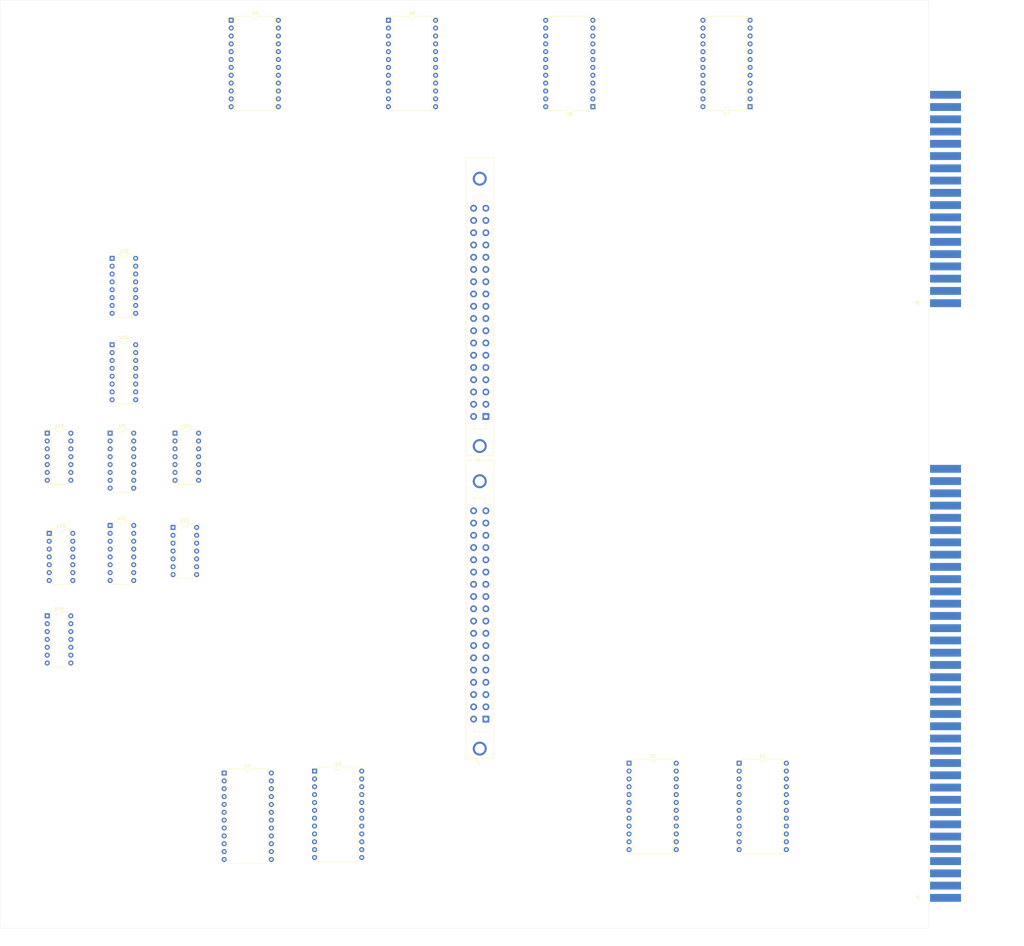
<source format=kicad_pcb>
(kicad_pcb (version 20171130) (host pcbnew "(5.1.10-1-10_14)")

  (general
    (thickness 1.6)
    (drawings 32)
    (tracks 0)
    (zones 0)
    (modules 21)
    (nets 351)
  )

  (page A2)
  (layers
    (0 F.Cu signal)
    (1 In1.Cu signal)
    (2 In2.Cu signal)
    (31 B.Cu signal)
    (32 B.Adhes user)
    (33 F.Adhes user)
    (34 B.Paste user)
    (35 F.Paste user)
    (36 B.SilkS user)
    (37 F.SilkS user)
    (38 B.Mask user)
    (39 F.Mask user)
    (40 Dwgs.User user)
    (41 Cmts.User user)
    (42 Eco1.User user)
    (43 Eco2.User user)
    (44 Edge.Cuts user)
    (45 Margin user)
    (46 B.CrtYd user)
    (47 F.CrtYd user)
    (48 B.Fab user)
    (49 F.Fab user)
  )

  (setup
    (last_trace_width 2.2)
    (user_trace_width 0.4)
    (user_trace_width 1)
    (user_trace_width 2.2)
    (trace_clearance 0.2)
    (zone_clearance 0.508)
    (zone_45_only no)
    (trace_min 0.2)
    (via_size 0.8)
    (via_drill 0.4)
    (via_min_size 0.4)
    (via_min_drill 0.3)
    (user_via 1.2 0.6)
    (uvia_size 0.3)
    (uvia_drill 0.1)
    (uvias_allowed no)
    (uvia_min_size 0.2)
    (uvia_min_drill 0.1)
    (edge_width 0.05)
    (segment_width 0.2)
    (pcb_text_width 0.3)
    (pcb_text_size 1.5 1.5)
    (mod_edge_width 0.12)
    (mod_text_size 1 1)
    (mod_text_width 0.15)
    (pad_size 1.524 1.524)
    (pad_drill 0.762)
    (pad_to_mask_clearance 0)
    (aux_axis_origin 0 0)
    (grid_origin 63.5 317.5)
    (visible_elements FFFFFF7F)
    (pcbplotparams
      (layerselection 0x010fc_ffffffff)
      (usegerberextensions false)
      (usegerberattributes true)
      (usegerberadvancedattributes true)
      (creategerberjobfile true)
      (excludeedgelayer true)
      (linewidth 0.100000)
      (plotframeref false)
      (viasonmask false)
      (mode 1)
      (useauxorigin false)
      (hpglpennumber 1)
      (hpglpenspeed 20)
      (hpglpendiameter 15.000000)
      (psnegative false)
      (psa4output false)
      (plotreference true)
      (plotvalue true)
      (plotinvisibletext false)
      (padsonsilk false)
      (subtractmaskfromsilk false)
      (outputformat 1)
      (mirror false)
      (drillshape 1)
      (scaleselection 1)
      (outputdirectory ""))
  )

  (net 0 "")
  (net 1 ~CLK_S0)
  (net 2 ~RST_S0)
  (net 3 ~FLAG_S0)
  (net 4 ~DATA_S0)
  (net 5 "Net-(J1-Pad18)")
  (net 6 "Net-(U1-Pad24)")
  (net 7 "Net-(U1-Pad12)")
  (net 8 "Net-(U1-Pad19)")
  (net 9 "Net-(U1-Pad18)")
  (net 10 "Net-(U2-Pad24)")
  (net 11 "Net-(U2-Pad12)")
  (net 12 "Net-(U2-Pad19)")
  (net 13 "Net-(U2-Pad18)")
  (net 14 "Net-(U3-Pad24)")
  (net 15 "Net-(U3-Pad12)")
  (net 16 "Net-(U3-Pad19)")
  (net 17 "Net-(U3-Pad18)")
  (net 18 "Net-(U4-Pad24)")
  (net 19 "Net-(U4-Pad12)")
  (net 20 "Net-(U4-Pad10)")
  (net 21 "Net-(U4-Pad9)")
  (net 22 "Net-(U5-Pad24)")
  (net 23 "Net-(U5-Pad12)")
  (net 24 "Net-(U5-Pad19)")
  (net 25 "Net-(U5-Pad18)")
  (net 26 "Net-(U6-Pad24)")
  (net 27 "Net-(U6-Pad12)")
  (net 28 "Net-(U6-Pad19)")
  (net 29 "Net-(U6-Pad18)")
  (net 30 "Net-(U7-Pad24)")
  (net 31 "Net-(U7-Pad12)")
  (net 32 "Net-(U7-Pad10)")
  (net 33 "Net-(U7-Pad9)")
  (net 34 "Net-(U8-Pad24)")
  (net 35 "Net-(U8-Pad12)")
  (net 36 "Net-(U8-Pad10)")
  (net 37 "Net-(U8-Pad9)")
  (net 38 LAM0)
  (net 39 "Net-(U9-Pad8)")
  (net 40 LAM1)
  (net 41 SA3)
  (net 42 "Net-(U9-Pad14)")
  (net 43 SA2)
  (net 44 "Net-(U9-Pad13)")
  (net 45 "Net-(U9-Pad5)")
  (net 46 "Net-(U9-Pad12)")
  (net 47 "Net-(U9-Pad4)")
  (net 48 "Net-(U9-Pad11)")
  (net 49 SA1)
  (net 50 LAM2)
  (net 51 SA0)
  (net 52 LAM3)
  (net 53 "Net-(U9-Pad1)")
  (net 54 LAS0)
  (net 55 "Net-(U11-Pad8)")
  (net 56 LAS1)
  (net 57 "Net-(U11-Pad14)")
  (net 58 "Net-(U11-Pad13)")
  (net 59 "Net-(U11-Pad5)")
  (net 60 "Net-(U11-Pad12)")
  (net 61 "Net-(U11-Pad11)")
  (net 62 LAS2)
  (net 63 LAS3)
  (net 64 "Net-(U11-Pad1)")
  (net 65 LAR0)
  (net 66 "Net-(U12-Pad8)")
  (net 67 LAR1)
  (net 68 "Net-(U12-Pad14)")
  (net 69 "Net-(U12-Pad13)")
  (net 70 "Net-(U12-Pad5)")
  (net 71 "Net-(U12-Pad12)")
  (net 72 "Net-(U12-Pad4)")
  (net 73 "Net-(U12-Pad11)")
  (net 74 LAR2)
  (net 75 LAR3)
  (net 76 "Net-(U12-Pad1)")
  (net 77 "Net-(U13-Pad14)")
  (net 78 "Net-(U13-Pad7)")
  (net 79 SA4)
  (net 80 SA5)
  (net 81 SA6)
  (net 82 SA7)
  (net 83 "Net-(U13-Pad9)")
  (net 84 "Net-(U13-Pad2)")
  (net 85 "Net-(U13-Pad8)")
  (net 86 "Net-(U13-Pad1)")
  (net 87 "Net-(U14-Pad14)")
  (net 88 "Net-(U14-Pad7)")
  (net 89 "Net-(U14-Pad13)")
  (net 90 "Net-(U14-Pad1)")
  (net 91 "Net-(U14-Pad12)")
  (net 92 "Net-(U14-Pad5)")
  (net 93 "Net-(U14-Pad11)")
  (net 94 "Net-(U14-Pad4)")
  (net 95 "Net-(U14-Pad10)")
  (net 96 "Net-(U14-Pad9)")
  (net 97 "Net-(U14-Pad8)")
  (net 98 "Net-(U15-Pad14)")
  (net 99 "Net-(U15-Pad7)")
  (net 100 "Net-(U15-Pad13)")
  (net 101 "Net-(U15-Pad12)")
  (net 102 "Net-(U15-Pad11)")
  (net 103 "Net-(U15-Pad10)")
  (net 104 "Net-(U15-Pad9)")
  (net 105 "Net-(U15-Pad8)")
  (net 106 ~CLK_S7)
  (net 107 ~CLK_S6)
  (net 108 ~CLK_S5)
  (net 109 ~CLK_S4)
  (net 110 ~CLK_S3)
  (net 111 ~CLK_S2)
  (net 112 ~CLK_S1)
  (net 113 ~CLK_S10)
  (net 114 ~CLK_S9)
  (net 115 ~CLK_S8)
  (net 116 ~CLK_S15)
  (net 117 ~CLK_S14)
  (net 118 ~CLK_S13)
  (net 119 ~CLK_S12)
  (net 120 ~CLK_S11)
  (net 121 ~RST_S5)
  (net 122 ~RST_S4)
  (net 123 ~RST_S3)
  (net 124 ~RST_S2)
  (net 125 ~RST_S1)
  (net 126 ~FLAG_S1)
  (net 127 ~DATA_S1)
  (net 128 ~FLAG_S2)
  (net 129 ~DATA_S2)
  (net 130 ~FLAG_S3)
  (net 131 ~DATA_S3)
  (net 132 ~RST_S10)
  (net 133 ~RST_S9)
  (net 134 ~RST_S8)
  (net 135 ~RST_S7)
  (net 136 ~RST_S6)
  (net 137 ~RST_S15)
  (net 138 ~RST_S14)
  (net 139 ~RST_S13)
  (net 140 ~RST_S12)
  (net 141 ~RST_S11)
  (net 142 ~DATA_S10)
  (net 143 ~DATA_S9)
  (net 144 ~DATA_S8)
  (net 145 ~DATA_S7)
  (net 146 ~DATA_S6)
  (net 147 ~DATA_S5)
  (net 148 ~DATA_S15)
  (net 149 ~DATA_S4)
  (net 150 ~DATA_S14)
  (net 151 ~DATA_S13)
  (net 152 ~DATA_S12)
  (net 153 ~DATA_S11)
  (net 154 ~FLAG_S8)
  (net 155 ~FLAG_S9)
  (net 156 ~FLAG_S10)
  (net 157 ~FLAG_S11)
  (net 158 ~FLAG_S12)
  (net 159 ~FLAG_S13)
  (net 160 ~FLAG_S14)
  (net 161 ~FLAG_S15)
  (net 162 ~FLAG_S4)
  (net 163 ~FLAG_S5)
  (net 164 ~FLAG_S6)
  (net 165 ~FLAG_S7)
  (net 166 "Net-(U23-Pad13)")
  (net 167 "Net-(U23-Pad6)")
  (net 168 "Net-(U23-Pad12)")
  (net 169 "Net-(U23-Pad4)")
  (net 170 "Net-(U23-Pad10)")
  (net 171 "Net-(U23-Pad2)")
  (net 172 "Net-(U23-Pad8)")
  (net 173 "Net-(U24-Pad6)")
  (net 174 "Net-(U24-Pad12)")
  (net 175 "Net-(U24-Pad4)")
  (net 176 "Net-(U24-Pad10)")
  (net 177 "Net-(U24-Pad2)")
  (net 178 "Net-(U24-Pad8)")
  (net 179 LAX0)
  (net 180 "Net-(U10-Pad8)")
  (net 181 LAX1)
  (net 182 "Net-(U10-Pad14)")
  (net 183 "Net-(U10-Pad13)")
  (net 184 "Net-(U10-Pad5)")
  (net 185 "Net-(U10-Pad12)")
  (net 186 "Net-(U10-Pad4)")
  (net 187 "Net-(U10-Pad11)")
  (net 188 LAX2)
  (net 189 LAX3)
  (net 190 "Net-(U10-Pad1)")
  (net 191 "Net-(U15-Pad6)")
  (net 192 "Net-(U15-Pad5)")
  (net 193 "Net-(U15-Pad4)")
  (net 194 "Net-(U15-Pad3)")
  (net 195 "Net-(U15-Pad2)")
  (net 196 "Net-(U15-Pad1)")
  (net 197 "Net-(J5-Pad34)")
  (net 198 "Net-(J5-Pad35)")
  (net 199 "Net-(J5-Pad36)")
  (net 200 "Net-(J5-Pad31)")
  (net 201 "Net-(J5-Pad32)")
  (net 202 "Net-(J5-Pad33)")
  (net 203 "Net-(J5-Pad20)")
  (net 204 "Net-(J5-Pad21)")
  (net 205 "Net-(J5-Pad22)")
  (net 206 "Net-(J5-Pad23)")
  (net 207 "Net-(J5-Pad24)")
  (net 208 "Net-(J5-Pad25)")
  (net 209 "Net-(J5-Pad26)")
  (net 210 "Net-(J5-Pad27)")
  (net 211 "Net-(J5-Pad28)")
  (net 212 "Net-(J5-Pad29)")
  (net 213 "Net-(J5-Pad30)")
  (net 214 "Net-(J5-Pad19)")
  (net 215 "Net-(J5-Pad18)")
  (net 216 "Net-(J5-Pad17)")
  (net 217 "Net-(J5-Pad16)")
  (net 218 "Net-(J5-Pad15)")
  (net 219 "Net-(J5-Pad14)")
  (net 220 "Net-(J5-Pad13)")
  (net 221 "Net-(J5-Pad12)")
  (net 222 "Net-(J5-Pad11)")
  (net 223 "Net-(J5-Pad10)")
  (net 224 "Net-(J5-Pad9)")
  (net 225 "Net-(J5-Pad8)")
  (net 226 "Net-(J5-Pad7)")
  (net 227 "Net-(J5-Pad6)")
  (net 228 "Net-(J5-Pad5)")
  (net 229 "Net-(J5-Pad4)")
  (net 230 "Net-(J5-Pad3)")
  (net 231 "Net-(J5-Pad2)")
  (net 232 "Net-(J5-Pad1)")
  (net 233 "Net-(J6-Pad18)")
  (net 234 "Net-(J6-Pad17)")
  (net 235 "Net-(J6-Pad16)")
  (net 236 "Net-(J6-Pad15)")
  (net 237 "Net-(J6-Pad14)")
  (net 238 "Net-(J6-Pad13)")
  (net 239 "Net-(J6-Pad12)")
  (net 240 "Net-(J6-Pad11)")
  (net 241 "Net-(J6-Pad10)")
  (net 242 "Net-(J6-Pad9)")
  (net 243 "Net-(J6-Pad8)")
  (net 244 "Net-(J6-Pad7)")
  (net 245 "Net-(J6-Pad6)")
  (net 246 "Net-(J6-Pad5)")
  (net 247 "Net-(J6-Pad4)")
  (net 248 "Net-(J6-Pad3)")
  (net 249 "Net-(J6-Pad2)")
  (net 250 "Net-(J6-Pad1)")
  (net 251 ~DATA_R0)
  (net 252 ~FLAG_R0)
  (net 253 ~CLK_R0)
  (net 254 ~DATA_R1)
  (net 255 ~FLAG_R1)
  (net 256 ~CLK_R1)
  (net 257 ~DATA_R2)
  (net 258 ~FLAG_R2)
  (net 259 ~CLK_R2)
  (net 260 ~DATA_R3)
  (net 261 ~FLAG_R3)
  (net 262 ~CLK_R3)
  (net 263 ~CLK_R10)
  (net 264 ~CLK_R9)
  (net 265 ~CLK_R8)
  (net 266 ~CLK_R7)
  (net 267 ~CLK_R6)
  (net 268 ~CLK_R5)
  (net 269 ~CLK_R15)
  (net 270 ~CLK_R4)
  (net 271 ~CLK_R14)
  (net 272 ~CLK_R13)
  (net 273 ~CLK_R12)
  (net 274 ~CLK_R11)
  (net 275 ~RST_R10)
  (net 276 ~RST_R9)
  (net 277 ~RST_R8)
  (net 278 ~RST_R7)
  (net 279 ~RST_R6)
  (net 280 ~RST_R5)
  (net 281 ~RST_R15)
  (net 282 ~RST_R4)
  (net 283 ~RST_R14)
  (net 284 ~RST_R13)
  (net 285 ~RST_R12)
  (net 286 ~RST_R11)
  (net 287 ~DATA_R8)
  (net 288 ~DATA_R9)
  (net 289 ~DATA_R10)
  (net 290 ~DATA_R11)
  (net 291 ~DATA_R12)
  (net 292 ~DATA_R13)
  (net 293 ~DATA_R14)
  (net 294 ~DATA_R15)
  (net 295 ~DATA_R4)
  (net 296 ~DATA_R5)
  (net 297 ~DATA_R6)
  (net 298 ~DATA_R7)
  (net 299 ~FLAG_R8)
  (net 300 ~FLAG_R9)
  (net 301 ~FLAG_R10)
  (net 302 ~FLAG_R11)
  (net 303 ~FLAG_R12)
  (net 304 ~FLAG_R13)
  (net 305 ~FLAG_R14)
  (net 306 ~FLAG_R15)
  (net 307 ~FLAG_R4)
  (net 308 ~FLAG_R5)
  (net 309 ~FLAG_R6)
  (net 310 GND)
  (net 311 "Net-(J7-PadH1)")
  (net 312 "Net-(J7-PadH2)")
  (net 313 MA0)
  (net 314 MA1)
  (net 315 MA2)
  (net 316 MA3)
  (net 317 MA4)
  (net 318 MA5)
  (net 319 MA6)
  (net 320 MA7)
  (net 321 MA8)
  (net 322 MA9)
  (net 323 ~WE)
  (net 324 ~CS_L)
  (net 325 ~CS_H)
  (net 326 "Net-(J7-Pad16)")
  (net 327 "Net-(J7-Pad17)")
  (net 328 "Net-(J7-Pad18)")
  (net 329 "Net-(J7-PadA)")
  (net 330 "Net-(J7-PadB)")
  (net 331 "Net-(J7-PadC)")
  (net 332 "Net-(J7-PadD)")
  (net 333 "Net-(J7-PadE)")
  (net 334 "Net-(J7-PadF)")
  (net 335 "Net-(J7-PadG)")
  (net 336 "Net-(J7-PadH)")
  (net 337 "Net-(J7-PadJ)")
  (net 338 "Net-(J7-PadK)")
  (net 339 "Net-(J7-PadL)")
  (net 340 "Net-(J7-PadM)")
  (net 341 "Net-(J7-PadN)")
  (net 342 "Net-(J7-PadP)")
  (net 343 "Net-(J7-PadQ)")
  (net 344 "Net-(J7-PadR)")
  (net 345 "Net-(J7-PadS)")
  (net 346 "Net-(J7-PadT)")
  (net 347 "Net-(J1-PadT)")
  (net 348 OD_0_RST)
  (net 349 D_IN)
  (net 350 D_OUT)

  (net_class Default "This is the default net class."
    (clearance 0.2)
    (trace_width 0.25)
    (via_dia 0.8)
    (via_drill 0.4)
    (uvia_dia 0.3)
    (uvia_drill 0.1)
    (add_net D_IN)
    (add_net D_OUT)
    (add_net GND)
    (add_net LAM0)
    (add_net LAM1)
    (add_net LAM2)
    (add_net LAM3)
    (add_net LAR0)
    (add_net LAR1)
    (add_net LAR2)
    (add_net LAR3)
    (add_net LAS0)
    (add_net LAS1)
    (add_net LAS2)
    (add_net LAS3)
    (add_net LAX0)
    (add_net LAX1)
    (add_net LAX2)
    (add_net LAX3)
    (add_net MA0)
    (add_net MA1)
    (add_net MA2)
    (add_net MA3)
    (add_net MA4)
    (add_net MA5)
    (add_net MA6)
    (add_net MA7)
    (add_net MA8)
    (add_net MA9)
    (add_net "Net-(J1-Pad18)")
    (add_net "Net-(J1-PadT)")
    (add_net "Net-(J5-Pad1)")
    (add_net "Net-(J5-Pad10)")
    (add_net "Net-(J5-Pad11)")
    (add_net "Net-(J5-Pad12)")
    (add_net "Net-(J5-Pad13)")
    (add_net "Net-(J5-Pad14)")
    (add_net "Net-(J5-Pad15)")
    (add_net "Net-(J5-Pad16)")
    (add_net "Net-(J5-Pad17)")
    (add_net "Net-(J5-Pad18)")
    (add_net "Net-(J5-Pad19)")
    (add_net "Net-(J5-Pad2)")
    (add_net "Net-(J5-Pad20)")
    (add_net "Net-(J5-Pad21)")
    (add_net "Net-(J5-Pad22)")
    (add_net "Net-(J5-Pad23)")
    (add_net "Net-(J5-Pad24)")
    (add_net "Net-(J5-Pad25)")
    (add_net "Net-(J5-Pad26)")
    (add_net "Net-(J5-Pad27)")
    (add_net "Net-(J5-Pad28)")
    (add_net "Net-(J5-Pad29)")
    (add_net "Net-(J5-Pad3)")
    (add_net "Net-(J5-Pad30)")
    (add_net "Net-(J5-Pad31)")
    (add_net "Net-(J5-Pad32)")
    (add_net "Net-(J5-Pad33)")
    (add_net "Net-(J5-Pad34)")
    (add_net "Net-(J5-Pad35)")
    (add_net "Net-(J5-Pad36)")
    (add_net "Net-(J5-Pad4)")
    (add_net "Net-(J5-Pad5)")
    (add_net "Net-(J5-Pad6)")
    (add_net "Net-(J5-Pad7)")
    (add_net "Net-(J5-Pad8)")
    (add_net "Net-(J5-Pad9)")
    (add_net "Net-(J6-Pad1)")
    (add_net "Net-(J6-Pad10)")
    (add_net "Net-(J6-Pad11)")
    (add_net "Net-(J6-Pad12)")
    (add_net "Net-(J6-Pad13)")
    (add_net "Net-(J6-Pad14)")
    (add_net "Net-(J6-Pad15)")
    (add_net "Net-(J6-Pad16)")
    (add_net "Net-(J6-Pad17)")
    (add_net "Net-(J6-Pad18)")
    (add_net "Net-(J6-Pad2)")
    (add_net "Net-(J6-Pad3)")
    (add_net "Net-(J6-Pad4)")
    (add_net "Net-(J6-Pad5)")
    (add_net "Net-(J6-Pad6)")
    (add_net "Net-(J6-Pad7)")
    (add_net "Net-(J6-Pad8)")
    (add_net "Net-(J6-Pad9)")
    (add_net "Net-(J7-Pad16)")
    (add_net "Net-(J7-Pad17)")
    (add_net "Net-(J7-Pad18)")
    (add_net "Net-(J7-PadA)")
    (add_net "Net-(J7-PadB)")
    (add_net "Net-(J7-PadC)")
    (add_net "Net-(J7-PadD)")
    (add_net "Net-(J7-PadE)")
    (add_net "Net-(J7-PadF)")
    (add_net "Net-(J7-PadG)")
    (add_net "Net-(J7-PadH)")
    (add_net "Net-(J7-PadH1)")
    (add_net "Net-(J7-PadH2)")
    (add_net "Net-(J7-PadJ)")
    (add_net "Net-(J7-PadK)")
    (add_net "Net-(J7-PadL)")
    (add_net "Net-(J7-PadM)")
    (add_net "Net-(J7-PadN)")
    (add_net "Net-(J7-PadP)")
    (add_net "Net-(J7-PadQ)")
    (add_net "Net-(J7-PadR)")
    (add_net "Net-(J7-PadS)")
    (add_net "Net-(J7-PadT)")
    (add_net "Net-(U1-Pad12)")
    (add_net "Net-(U1-Pad18)")
    (add_net "Net-(U1-Pad19)")
    (add_net "Net-(U1-Pad24)")
    (add_net "Net-(U10-Pad1)")
    (add_net "Net-(U10-Pad11)")
    (add_net "Net-(U10-Pad12)")
    (add_net "Net-(U10-Pad13)")
    (add_net "Net-(U10-Pad14)")
    (add_net "Net-(U10-Pad4)")
    (add_net "Net-(U10-Pad5)")
    (add_net "Net-(U10-Pad8)")
    (add_net "Net-(U11-Pad1)")
    (add_net "Net-(U11-Pad11)")
    (add_net "Net-(U11-Pad12)")
    (add_net "Net-(U11-Pad13)")
    (add_net "Net-(U11-Pad14)")
    (add_net "Net-(U11-Pad5)")
    (add_net "Net-(U11-Pad8)")
    (add_net "Net-(U12-Pad1)")
    (add_net "Net-(U12-Pad11)")
    (add_net "Net-(U12-Pad12)")
    (add_net "Net-(U12-Pad13)")
    (add_net "Net-(U12-Pad14)")
    (add_net "Net-(U12-Pad4)")
    (add_net "Net-(U12-Pad5)")
    (add_net "Net-(U12-Pad8)")
    (add_net "Net-(U13-Pad1)")
    (add_net "Net-(U13-Pad14)")
    (add_net "Net-(U13-Pad2)")
    (add_net "Net-(U13-Pad7)")
    (add_net "Net-(U13-Pad8)")
    (add_net "Net-(U13-Pad9)")
    (add_net "Net-(U14-Pad1)")
    (add_net "Net-(U14-Pad10)")
    (add_net "Net-(U14-Pad11)")
    (add_net "Net-(U14-Pad12)")
    (add_net "Net-(U14-Pad13)")
    (add_net "Net-(U14-Pad14)")
    (add_net "Net-(U14-Pad4)")
    (add_net "Net-(U14-Pad5)")
    (add_net "Net-(U14-Pad7)")
    (add_net "Net-(U14-Pad8)")
    (add_net "Net-(U14-Pad9)")
    (add_net "Net-(U15-Pad1)")
    (add_net "Net-(U15-Pad10)")
    (add_net "Net-(U15-Pad11)")
    (add_net "Net-(U15-Pad12)")
    (add_net "Net-(U15-Pad13)")
    (add_net "Net-(U15-Pad14)")
    (add_net "Net-(U15-Pad2)")
    (add_net "Net-(U15-Pad3)")
    (add_net "Net-(U15-Pad4)")
    (add_net "Net-(U15-Pad5)")
    (add_net "Net-(U15-Pad6)")
    (add_net "Net-(U15-Pad7)")
    (add_net "Net-(U15-Pad8)")
    (add_net "Net-(U15-Pad9)")
    (add_net "Net-(U2-Pad12)")
    (add_net "Net-(U2-Pad18)")
    (add_net "Net-(U2-Pad19)")
    (add_net "Net-(U2-Pad24)")
    (add_net "Net-(U23-Pad10)")
    (add_net "Net-(U23-Pad12)")
    (add_net "Net-(U23-Pad13)")
    (add_net "Net-(U23-Pad2)")
    (add_net "Net-(U23-Pad4)")
    (add_net "Net-(U23-Pad6)")
    (add_net "Net-(U23-Pad8)")
    (add_net "Net-(U24-Pad10)")
    (add_net "Net-(U24-Pad12)")
    (add_net "Net-(U24-Pad2)")
    (add_net "Net-(U24-Pad4)")
    (add_net "Net-(U24-Pad6)")
    (add_net "Net-(U24-Pad8)")
    (add_net "Net-(U3-Pad12)")
    (add_net "Net-(U3-Pad18)")
    (add_net "Net-(U3-Pad19)")
    (add_net "Net-(U3-Pad24)")
    (add_net "Net-(U4-Pad10)")
    (add_net "Net-(U4-Pad12)")
    (add_net "Net-(U4-Pad24)")
    (add_net "Net-(U4-Pad9)")
    (add_net "Net-(U5-Pad12)")
    (add_net "Net-(U5-Pad18)")
    (add_net "Net-(U5-Pad19)")
    (add_net "Net-(U5-Pad24)")
    (add_net "Net-(U6-Pad12)")
    (add_net "Net-(U6-Pad18)")
    (add_net "Net-(U6-Pad19)")
    (add_net "Net-(U6-Pad24)")
    (add_net "Net-(U7-Pad10)")
    (add_net "Net-(U7-Pad12)")
    (add_net "Net-(U7-Pad24)")
    (add_net "Net-(U7-Pad9)")
    (add_net "Net-(U8-Pad10)")
    (add_net "Net-(U8-Pad12)")
    (add_net "Net-(U8-Pad24)")
    (add_net "Net-(U8-Pad9)")
    (add_net "Net-(U9-Pad1)")
    (add_net "Net-(U9-Pad11)")
    (add_net "Net-(U9-Pad12)")
    (add_net "Net-(U9-Pad13)")
    (add_net "Net-(U9-Pad14)")
    (add_net "Net-(U9-Pad4)")
    (add_net "Net-(U9-Pad5)")
    (add_net "Net-(U9-Pad8)")
    (add_net OD_0_RST)
    (add_net SA0)
    (add_net SA1)
    (add_net SA2)
    (add_net SA3)
    (add_net SA4)
    (add_net SA5)
    (add_net SA6)
    (add_net SA7)
    (add_net ~CLK_R0)
    (add_net ~CLK_R1)
    (add_net ~CLK_R10)
    (add_net ~CLK_R11)
    (add_net ~CLK_R12)
    (add_net ~CLK_R13)
    (add_net ~CLK_R14)
    (add_net ~CLK_R15)
    (add_net ~CLK_R2)
    (add_net ~CLK_R3)
    (add_net ~CLK_R4)
    (add_net ~CLK_R5)
    (add_net ~CLK_R6)
    (add_net ~CLK_R7)
    (add_net ~CLK_R8)
    (add_net ~CLK_R9)
    (add_net ~CLK_S0)
    (add_net ~CLK_S1)
    (add_net ~CLK_S10)
    (add_net ~CLK_S11)
    (add_net ~CLK_S12)
    (add_net ~CLK_S13)
    (add_net ~CLK_S14)
    (add_net ~CLK_S15)
    (add_net ~CLK_S2)
    (add_net ~CLK_S3)
    (add_net ~CLK_S4)
    (add_net ~CLK_S5)
    (add_net ~CLK_S6)
    (add_net ~CLK_S7)
    (add_net ~CLK_S8)
    (add_net ~CLK_S9)
    (add_net ~CS_H)
    (add_net ~CS_L)
    (add_net ~DATA_R0)
    (add_net ~DATA_R1)
    (add_net ~DATA_R10)
    (add_net ~DATA_R11)
    (add_net ~DATA_R12)
    (add_net ~DATA_R13)
    (add_net ~DATA_R14)
    (add_net ~DATA_R15)
    (add_net ~DATA_R2)
    (add_net ~DATA_R3)
    (add_net ~DATA_R4)
    (add_net ~DATA_R5)
    (add_net ~DATA_R6)
    (add_net ~DATA_R7)
    (add_net ~DATA_R8)
    (add_net ~DATA_R9)
    (add_net ~DATA_S0)
    (add_net ~DATA_S1)
    (add_net ~DATA_S10)
    (add_net ~DATA_S11)
    (add_net ~DATA_S12)
    (add_net ~DATA_S13)
    (add_net ~DATA_S14)
    (add_net ~DATA_S15)
    (add_net ~DATA_S2)
    (add_net ~DATA_S3)
    (add_net ~DATA_S4)
    (add_net ~DATA_S5)
    (add_net ~DATA_S6)
    (add_net ~DATA_S7)
    (add_net ~DATA_S8)
    (add_net ~DATA_S9)
    (add_net ~FLAG_R0)
    (add_net ~FLAG_R1)
    (add_net ~FLAG_R10)
    (add_net ~FLAG_R11)
    (add_net ~FLAG_R12)
    (add_net ~FLAG_R13)
    (add_net ~FLAG_R14)
    (add_net ~FLAG_R15)
    (add_net ~FLAG_R2)
    (add_net ~FLAG_R3)
    (add_net ~FLAG_R4)
    (add_net ~FLAG_R5)
    (add_net ~FLAG_R6)
    (add_net ~FLAG_R8)
    (add_net ~FLAG_R9)
    (add_net ~FLAG_S0)
    (add_net ~FLAG_S1)
    (add_net ~FLAG_S10)
    (add_net ~FLAG_S11)
    (add_net ~FLAG_S12)
    (add_net ~FLAG_S13)
    (add_net ~FLAG_S14)
    (add_net ~FLAG_S15)
    (add_net ~FLAG_S2)
    (add_net ~FLAG_S3)
    (add_net ~FLAG_S4)
    (add_net ~FLAG_S5)
    (add_net ~FLAG_S6)
    (add_net ~FLAG_S7)
    (add_net ~FLAG_S8)
    (add_net ~FLAG_S9)
    (add_net ~RST_R10)
    (add_net ~RST_R11)
    (add_net ~RST_R12)
    (add_net ~RST_R13)
    (add_net ~RST_R14)
    (add_net ~RST_R15)
    (add_net ~RST_R4)
    (add_net ~RST_R5)
    (add_net ~RST_R6)
    (add_net ~RST_R7)
    (add_net ~RST_R8)
    (add_net ~RST_R9)
    (add_net ~RST_S0)
    (add_net ~RST_S1)
    (add_net ~RST_S10)
    (add_net ~RST_S11)
    (add_net ~RST_S12)
    (add_net ~RST_S13)
    (add_net ~RST_S14)
    (add_net ~RST_S15)
    (add_net ~RST_S2)
    (add_net ~RST_S3)
    (add_net ~RST_S4)
    (add_net ~RST_S5)
    (add_net ~RST_S6)
    (add_net ~RST_S7)
    (add_net ~RST_S8)
    (add_net ~RST_S9)
    (add_net ~WE)
  )

  (module EDUC-8:36_way_3.96mm_card_edge_socket (layer F.Cu) (tedit 60EBBF27) (tstamp 60EC1371)
    (at 218.46 161.65 90)
    (path /60F7E0CA/614193DE)
    (fp_text reference J1 (at -4.5 -0.5 90) (layer F.SilkS)
      (effects (font (size 1 1) (thickness 0.15)))
    )
    (fp_text value 36-way-edge-connector-Educ-8-connectors (at 5.5 -5.5 90) (layer F.Fab)
      (effects (font (size 1 1) (thickness 0.15)))
    )
    (fp_line (start -3.12 4.5) (end 93.192 4.53) (layer F.SilkS) (width 0.12))
    (fp_line (start 93.192 -4.47) (end -3.06 -4.47) (layer F.SilkS) (width 0.12))
    (fp_line (start 78.84 3.93) (end 7.72 3.96) (layer F.SilkS) (width 0.12))
    (fp_line (start 78.74 -3.97) (end 7.72 -3.96) (layer F.SilkS) (width 0.12))
    (fp_line (start 93.192 -4.47) (end 93.192 4.53) (layer F.SilkS) (width 0.12))
    (fp_line (start 78.84 1.93) (end 78.84 3.93) (layer F.SilkS) (width 0.12))
    (fp_line (start 80.94 1.93) (end 78.84 1.93) (layer F.SilkS) (width 0.12))
    (fp_line (start 78.74 -1.97) (end 78.74 -3.97) (layer F.SilkS) (width 0.12))
    (fp_line (start 80.98 -1.97) (end 78.74 -1.97) (layer F.SilkS) (width 0.12))
    (fp_line (start 80.98 -1.97) (end 80.98 1.93) (layer F.SilkS) (width 0.12))
    (fp_line (start 7.72 1.98) (end 7.72 3.96) (layer F.SilkS) (width 0.12))
    (fp_line (start 5.44 1.98) (end 7.72 1.98) (layer F.SilkS) (width 0.12))
    (fp_line (start 5.44 -1.97) (end 5.44 1.98) (layer F.SilkS) (width 0.12))
    (fp_line (start 7.72 -1.97) (end 5.44 -1.97) (layer F.SilkS) (width 0.12))
    (fp_line (start 7.72 -3.96) (end 7.72 -1.97) (layer F.SilkS) (width 0.12))
    (fp_line (start -3.12 4.48) (end -3.12 -4.5) (layer F.SilkS) (width 0.12))
    (fp_line (start -3.12 -4.5) (end -3.12 4.5) (layer Dwgs.User) (width 0.12))
    (fp_line (start 7.72 1.98) (end 5.44 1.98) (layer Dwgs.User) (width 0.12))
    (fp_line (start 7.72 3.96) (end 7.72 1.98) (layer Dwgs.User) (width 0.12))
    (fp_line (start 7.72 -1.98) (end 5.44 -1.98) (layer Dwgs.User) (width 0.12))
    (fp_line (start 7.72 -3.96) (end 7.72 -1.98) (layer Dwgs.User) (width 0.12))
    (fp_line (start 7.72 -1.98) (end 7.72 -3.96) (layer Dwgs.User) (width 0.12))
    (fp_line (start 5.44 1.98) (end 5.44 -1.98) (layer Dwgs.User) (width 0.12))
    (pad H1 thru_hole circle (at 0 0 90) (size 4.5 4.5) (drill 3.2) (layers *.Cu *.Mask)
      (net 310 GND))
    (pad H2 thru_hole circle (at 86.42 0 90) (size 4.5 4.5) (drill 3.2) (layers *.Cu *.Mask)
      (net 310 GND))
    (pad 1 thru_hole rect (at 9.55 1.98 90) (size 2.2 2.2) (drill 1.2) (layers *.Cu *.Mask)
      (net 1 ~CLK_S0))
    (pad 2 thru_hole circle (at 13.51 1.98 90) (size 2.2 2.2) (drill 1.2) (layers *.Cu *.Mask)
      (net 2 ~RST_S0))
    (pad 3 thru_hole circle (at 17.47 1.98 90) (size 2.2 2.2) (drill 1.2) (layers *.Cu *.Mask)
      (net 3 ~FLAG_S0))
    (pad 4 thru_hole circle (at 21.43 1.98 90) (size 2.2 2.2) (drill 1.2) (layers *.Cu *.Mask)
      (net 4 ~DATA_S0))
    (pad 5 thru_hole circle (at 25.39 1.98 90) (size 2.2 2.2) (drill 1.2) (layers *.Cu *.Mask)
      (net 51 SA0))
    (pad 6 thru_hole circle (at 29.35 1.98 90) (size 2.2 2.2) (drill 1.2) (layers *.Cu *.Mask)
      (net 49 SA1))
    (pad 7 thru_hole circle (at 33.31 1.98 90) (size 2.2 2.2) (drill 1.2) (layers *.Cu *.Mask)
      (net 43 SA2))
    (pad 8 thru_hole circle (at 37.27 1.98 90) (size 2.2 2.2) (drill 1.2) (layers *.Cu *.Mask)
      (net 41 SA3))
    (pad 9 thru_hole circle (at 41.23 1.98 90) (size 2.2 2.2) (drill 1.2) (layers *.Cu *.Mask)
      (net 79 SA4))
    (pad 10 thru_hole circle (at 45.19 1.98 90) (size 2.2 2.2) (drill 1.2) (layers *.Cu *.Mask)
      (net 80 SA5))
    (pad 11 thru_hole circle (at 49.15 1.98 90) (size 2.2 2.2) (drill 1.2) (layers *.Cu *.Mask)
      (net 81 SA6))
    (pad 12 thru_hole circle (at 53.11 1.98 90) (size 2.2 2.2) (drill 1.2) (layers *.Cu *.Mask)
      (net 82 SA7))
    (pad 13 thru_hole circle (at 57.07 1.98 90) (size 2.2 2.2) (drill 1.2) (layers *.Cu *.Mask)
      (net 348 OD_0_RST))
    (pad 14 thru_hole circle (at 61.03 1.98 90) (size 2.2 2.2) (drill 1.2) (layers *.Cu *.Mask)
      (net 251 ~DATA_R0))
    (pad 15 thru_hole circle (at 64.99 1.98 90) (size 2.2 2.2) (drill 1.2) (layers *.Cu *.Mask)
      (net 252 ~FLAG_R0))
    (pad 16 thru_hole circle (at 68.95 1.98 90) (size 2.2 2.2) (drill 1.2) (layers *.Cu *.Mask)
      (net 253 ~CLK_R0))
    (pad 17 thru_hole circle (at 72.91 1.98 90) (size 2.2 2.2) (drill 1.2) (layers *.Cu *.Mask)
      (net 253 ~CLK_R0))
    (pad 18 thru_hole circle (at 76.87 1.98 90) (size 2.2 2.2) (drill 1.2) (layers *.Cu *.Mask)
      (net 5 "Net-(J1-Pad18)"))
    (pad A thru_hole circle (at 9.55 -1.98 90) (size 2.2 2.2) (drill 1.2) (layers *.Cu *.Mask)
      (net 1 ~CLK_S0))
    (pad B thru_hole circle (at 13.51 -1.98 90) (size 2.2 2.2) (drill 1.2) (layers *.Cu *.Mask)
      (net 2 ~RST_S0))
    (pad C thru_hole circle (at 17.47 -1.98 90) (size 2.2 2.2) (drill 1.2) (layers *.Cu *.Mask)
      (net 3 ~FLAG_S0))
    (pad D thru_hole circle (at 21.43 -1.98 90) (size 2.2 2.2) (drill 1.2) (layers *.Cu *.Mask)
      (net 4 ~DATA_S0))
    (pad E thru_hole circle (at 25.39 -1.98 90) (size 2.2 2.2) (drill 1.2) (layers *.Cu *.Mask)
      (net 51 SA0))
    (pad F thru_hole circle (at 29.35 -1.98 90) (size 2.2 2.2) (drill 1.2) (layers *.Cu *.Mask)
      (net 49 SA1))
    (pad G thru_hole circle (at 33.31 -1.98 90) (size 2.2 2.2) (drill 1.2) (layers *.Cu *.Mask)
      (net 43 SA2))
    (pad H thru_hole circle (at 37.27 -1.98 90) (size 2.2 2.2) (drill 1.2) (layers *.Cu *.Mask)
      (net 41 SA3))
    (pad J thru_hole circle (at 41.23 -1.98 90) (size 2.2 2.2) (drill 1.2) (layers *.Cu *.Mask)
      (net 79 SA4))
    (pad K thru_hole circle (at 45.19 -1.98 90) (size 2.2 2.2) (drill 1.2) (layers *.Cu *.Mask)
      (net 80 SA5))
    (pad L thru_hole circle (at 49.15 -1.98 90) (size 2.2 2.2) (drill 1.2) (layers *.Cu *.Mask)
      (net 81 SA6))
    (pad M thru_hole circle (at 53.11 -1.98 90) (size 2.2 2.2) (drill 1.2) (layers *.Cu *.Mask)
      (net 82 SA7))
    (pad N thru_hole circle (at 57.07 -1.98 90) (size 2.2 2.2) (drill 1.2) (layers *.Cu *.Mask)
      (net 348 OD_0_RST))
    (pad P thru_hole circle (at 61.03 -1.98 90) (size 2.2 2.2) (drill 1.2) (layers *.Cu *.Mask)
      (net 251 ~DATA_R0))
    (pad Q thru_hole circle (at 64.99 -1.98 90) (size 2.2 2.2) (drill 1.2) (layers *.Cu *.Mask)
      (net 252 ~FLAG_R0))
    (pad R thru_hole circle (at 68.95 -1.98 90) (size 2.2 2.2) (drill 1.2) (layers *.Cu *.Mask)
      (net 253 ~CLK_R0))
    (pad S thru_hole circle (at 72.91 -1.98 90) (size 2.2 2.2) (drill 1.2) (layers *.Cu *.Mask)
      (net 253 ~CLK_R0))
    (pad T thru_hole circle (at 76.87 -1.98 90) (size 2.2 2.2) (drill 1.2) (layers *.Cu *.Mask)
      (net 347 "Net-(J1-PadT)"))
    (model "/Users/gwyllymsuter/Documents/Ole electronics stuff /EDUC-8 KiCAD/EDUC_8 Main computer/3D MODELS/36 pin edge conmnector.step"
      (offset (xyz -4 -4.25 0))
      (scale (xyz 1 1 1))
      (rotate (xyz -90 0 0))
    )
  )

  (module EDUC-8:36_way_3.96mm_card_edge_socket (layer F.Cu) (tedit 60EBBF27) (tstamp 60EBFD9B)
    (at 218.46 259.45 90)
    (path /60F7E0CA/6135D197)
    (fp_text reference J7 (at -4.5 -0.5 90) (layer F.SilkS)
      (effects (font (size 1 1) (thickness 0.15)))
    )
    (fp_text value 36-way-edge-connector-Educ-8-connectors (at 5.5 -5.5 90) (layer F.Fab)
      (effects (font (size 1 1) (thickness 0.15)))
    )
    (fp_line (start -3.12 4.5) (end 93.192 4.53) (layer F.SilkS) (width 0.12))
    (fp_line (start 93.192 -4.47) (end -3.06 -4.47) (layer F.SilkS) (width 0.12))
    (fp_line (start 78.84 3.93) (end 7.72 3.96) (layer F.SilkS) (width 0.12))
    (fp_line (start 78.74 -3.97) (end 7.72 -3.96) (layer F.SilkS) (width 0.12))
    (fp_line (start 93.192 -4.47) (end 93.192 4.53) (layer F.SilkS) (width 0.12))
    (fp_line (start 78.84 1.93) (end 78.84 3.93) (layer F.SilkS) (width 0.12))
    (fp_line (start 80.94 1.93) (end 78.84 1.93) (layer F.SilkS) (width 0.12))
    (fp_line (start 78.74 -1.97) (end 78.74 -3.97) (layer F.SilkS) (width 0.12))
    (fp_line (start 80.98 -1.97) (end 78.74 -1.97) (layer F.SilkS) (width 0.12))
    (fp_line (start 80.98 -1.97) (end 80.98 1.93) (layer F.SilkS) (width 0.12))
    (fp_line (start 7.72 1.98) (end 7.72 3.96) (layer F.SilkS) (width 0.12))
    (fp_line (start 5.44 1.98) (end 7.72 1.98) (layer F.SilkS) (width 0.12))
    (fp_line (start 5.44 -1.97) (end 5.44 1.98) (layer F.SilkS) (width 0.12))
    (fp_line (start 7.72 -1.97) (end 5.44 -1.97) (layer F.SilkS) (width 0.12))
    (fp_line (start 7.72 -3.96) (end 7.72 -1.97) (layer F.SilkS) (width 0.12))
    (fp_line (start -3.12 4.48) (end -3.12 -4.5) (layer F.SilkS) (width 0.12))
    (fp_line (start -3.12 -4.5) (end -3.12 4.5) (layer Dwgs.User) (width 0.12))
    (fp_line (start 7.72 1.98) (end 5.44 1.98) (layer Dwgs.User) (width 0.12))
    (fp_line (start 7.72 3.96) (end 7.72 1.98) (layer Dwgs.User) (width 0.12))
    (fp_line (start 7.72 -1.98) (end 5.44 -1.98) (layer Dwgs.User) (width 0.12))
    (fp_line (start 7.72 -3.96) (end 7.72 -1.98) (layer Dwgs.User) (width 0.12))
    (fp_line (start 7.72 -1.98) (end 7.72 -3.96) (layer Dwgs.User) (width 0.12))
    (fp_line (start 5.44 1.98) (end 5.44 -1.98) (layer Dwgs.User) (width 0.12))
    (pad H1 thru_hole circle (at 0 0 90) (size 4.5 4.5) (drill 3.2) (layers *.Cu *.Mask)
      (net 311 "Net-(J7-PadH1)"))
    (pad H2 thru_hole circle (at 86.42 0 90) (size 4.5 4.5) (drill 3.2) (layers *.Cu *.Mask)
      (net 312 "Net-(J7-PadH2)"))
    (pad 1 thru_hole rect (at 9.55 1.98 90) (size 2.2 2.2) (drill 1.2) (layers *.Cu *.Mask)
      (net 313 MA0))
    (pad 2 thru_hole circle (at 13.51 1.98 90) (size 2.2 2.2) (drill 1.2) (layers *.Cu *.Mask)
      (net 314 MA1))
    (pad 3 thru_hole circle (at 17.47 1.98 90) (size 2.2 2.2) (drill 1.2) (layers *.Cu *.Mask)
      (net 315 MA2))
    (pad 4 thru_hole circle (at 21.43 1.98 90) (size 2.2 2.2) (drill 1.2) (layers *.Cu *.Mask)
      (net 316 MA3))
    (pad 5 thru_hole circle (at 25.39 1.98 90) (size 2.2 2.2) (drill 1.2) (layers *.Cu *.Mask)
      (net 317 MA4))
    (pad 6 thru_hole circle (at 29.35 1.98 90) (size 2.2 2.2) (drill 1.2) (layers *.Cu *.Mask)
      (net 318 MA5))
    (pad 7 thru_hole circle (at 33.31 1.98 90) (size 2.2 2.2) (drill 1.2) (layers *.Cu *.Mask)
      (net 319 MA6))
    (pad 8 thru_hole circle (at 37.27 1.98 90) (size 2.2 2.2) (drill 1.2) (layers *.Cu *.Mask)
      (net 320 MA7))
    (pad 9 thru_hole circle (at 41.23 1.98 90) (size 2.2 2.2) (drill 1.2) (layers *.Cu *.Mask)
      (net 321 MA8))
    (pad 10 thru_hole circle (at 45.19 1.98 90) (size 2.2 2.2) (drill 1.2) (layers *.Cu *.Mask)
      (net 322 MA9))
    (pad 11 thru_hole circle (at 49.15 1.98 90) (size 2.2 2.2) (drill 1.2) (layers *.Cu *.Mask)
      (net 323 ~WE))
    (pad 12 thru_hole circle (at 53.11 1.98 90) (size 2.2 2.2) (drill 1.2) (layers *.Cu *.Mask)
      (net 324 ~CS_L))
    (pad 13 thru_hole circle (at 57.07 1.98 90) (size 2.2 2.2) (drill 1.2) (layers *.Cu *.Mask)
      (net 325 ~CS_H))
    (pad 14 thru_hole circle (at 61.03 1.98 90) (size 2.2 2.2) (drill 1.2) (layers *.Cu *.Mask)
      (net 349 D_IN))
    (pad 15 thru_hole circle (at 64.99 1.98 90) (size 2.2 2.2) (drill 1.2) (layers *.Cu *.Mask)
      (net 350 D_OUT))
    (pad 16 thru_hole circle (at 68.95 1.98 90) (size 2.2 2.2) (drill 1.2) (layers *.Cu *.Mask)
      (net 326 "Net-(J7-Pad16)"))
    (pad 17 thru_hole circle (at 72.91 1.98 90) (size 2.2 2.2) (drill 1.2) (layers *.Cu *.Mask)
      (net 327 "Net-(J7-Pad17)"))
    (pad 18 thru_hole circle (at 76.87 1.98 90) (size 2.2 2.2) (drill 1.2) (layers *.Cu *.Mask)
      (net 328 "Net-(J7-Pad18)"))
    (pad A thru_hole circle (at 9.55 -1.98 90) (size 2.2 2.2) (drill 1.2) (layers *.Cu *.Mask)
      (net 329 "Net-(J7-PadA)"))
    (pad B thru_hole circle (at 13.51 -1.98 90) (size 2.2 2.2) (drill 1.2) (layers *.Cu *.Mask)
      (net 330 "Net-(J7-PadB)"))
    (pad C thru_hole circle (at 17.47 -1.98 90) (size 2.2 2.2) (drill 1.2) (layers *.Cu *.Mask)
      (net 331 "Net-(J7-PadC)"))
    (pad D thru_hole circle (at 21.43 -1.98 90) (size 2.2 2.2) (drill 1.2) (layers *.Cu *.Mask)
      (net 332 "Net-(J7-PadD)"))
    (pad E thru_hole circle (at 25.39 -1.98 90) (size 2.2 2.2) (drill 1.2) (layers *.Cu *.Mask)
      (net 333 "Net-(J7-PadE)"))
    (pad F thru_hole circle (at 29.35 -1.98 90) (size 2.2 2.2) (drill 1.2) (layers *.Cu *.Mask)
      (net 334 "Net-(J7-PadF)"))
    (pad G thru_hole circle (at 33.31 -1.98 90) (size 2.2 2.2) (drill 1.2) (layers *.Cu *.Mask)
      (net 335 "Net-(J7-PadG)"))
    (pad H thru_hole circle (at 37.27 -1.98 90) (size 2.2 2.2) (drill 1.2) (layers *.Cu *.Mask)
      (net 336 "Net-(J7-PadH)"))
    (pad J thru_hole circle (at 41.23 -1.98 90) (size 2.2 2.2) (drill 1.2) (layers *.Cu *.Mask)
      (net 337 "Net-(J7-PadJ)"))
    (pad K thru_hole circle (at 45.19 -1.98 90) (size 2.2 2.2) (drill 1.2) (layers *.Cu *.Mask)
      (net 338 "Net-(J7-PadK)"))
    (pad L thru_hole circle (at 49.15 -1.98 90) (size 2.2 2.2) (drill 1.2) (layers *.Cu *.Mask)
      (net 339 "Net-(J7-PadL)"))
    (pad M thru_hole circle (at 53.11 -1.98 90) (size 2.2 2.2) (drill 1.2) (layers *.Cu *.Mask)
      (net 340 "Net-(J7-PadM)"))
    (pad N thru_hole circle (at 57.07 -1.98 90) (size 2.2 2.2) (drill 1.2) (layers *.Cu *.Mask)
      (net 341 "Net-(J7-PadN)"))
    (pad P thru_hole circle (at 61.03 -1.98 90) (size 2.2 2.2) (drill 1.2) (layers *.Cu *.Mask)
      (net 342 "Net-(J7-PadP)"))
    (pad Q thru_hole circle (at 64.99 -1.98 90) (size 2.2 2.2) (drill 1.2) (layers *.Cu *.Mask)
      (net 343 "Net-(J7-PadQ)"))
    (pad R thru_hole circle (at 68.95 -1.98 90) (size 2.2 2.2) (drill 1.2) (layers *.Cu *.Mask)
      (net 344 "Net-(J7-PadR)"))
    (pad S thru_hole circle (at 72.91 -1.98 90) (size 2.2 2.2) (drill 1.2) (layers *.Cu *.Mask)
      (net 345 "Net-(J7-PadS)"))
    (pad T thru_hole circle (at 76.87 -1.98 90) (size 2.2 2.2) (drill 1.2) (layers *.Cu *.Mask)
      (net 346 "Net-(J7-PadT)"))
    (model "/Users/gwyllymsuter/Documents/Ole electronics stuff /EDUC-8 KiCAD/EDUC_8 Main computer/3D MODELS/36 pin edge conmnector.step"
      (offset (xyz -4 -4.25 0))
      (scale (xyz 1 1 1))
      (rotate (xyz -90 0 0))
    )
  )

  (module Package_DIP:DIP-24_W15.24mm (layer F.Cu) (tedit 5A02E8C5) (tstamp 60E9F459)
    (at 302.26 264.16)
    (descr "24-lead though-hole mounted DIP package, row spacing 15.24 mm (600 mils)")
    (tags "THT DIP DIL PDIP 2.54mm 15.24mm 600mil")
    (path /60E92A95)
    (fp_text reference U1 (at 7.62 -2.33) (layer F.SilkS)
      (effects (font (size 1 1) (thickness 0.15)))
    )
    (fp_text value 74LS154 (at 7.62 30.27) (layer F.Fab)
      (effects (font (size 1 1) (thickness 0.15)))
    )
    (fp_text user %R (at 7.62 13.97) (layer F.Fab)
      (effects (font (size 1 1) (thickness 0.15)))
    )
    (fp_arc (start 7.62 -1.33) (end 6.62 -1.33) (angle -180) (layer F.SilkS) (width 0.12))
    (fp_line (start 1.255 -1.27) (end 14.985 -1.27) (layer F.Fab) (width 0.1))
    (fp_line (start 14.985 -1.27) (end 14.985 29.21) (layer F.Fab) (width 0.1))
    (fp_line (start 14.985 29.21) (end 0.255 29.21) (layer F.Fab) (width 0.1))
    (fp_line (start 0.255 29.21) (end 0.255 -0.27) (layer F.Fab) (width 0.1))
    (fp_line (start 0.255 -0.27) (end 1.255 -1.27) (layer F.Fab) (width 0.1))
    (fp_line (start 6.62 -1.33) (end 1.16 -1.33) (layer F.SilkS) (width 0.12))
    (fp_line (start 1.16 -1.33) (end 1.16 29.27) (layer F.SilkS) (width 0.12))
    (fp_line (start 1.16 29.27) (end 14.08 29.27) (layer F.SilkS) (width 0.12))
    (fp_line (start 14.08 29.27) (end 14.08 -1.33) (layer F.SilkS) (width 0.12))
    (fp_line (start 14.08 -1.33) (end 8.62 -1.33) (layer F.SilkS) (width 0.12))
    (fp_line (start -1.05 -1.55) (end -1.05 29.5) (layer F.CrtYd) (width 0.05))
    (fp_line (start -1.05 29.5) (end 16.3 29.5) (layer F.CrtYd) (width 0.05))
    (fp_line (start 16.3 29.5) (end 16.3 -1.55) (layer F.CrtYd) (width 0.05))
    (fp_line (start 16.3 -1.55) (end -1.05 -1.55) (layer F.CrtYd) (width 0.05))
    (pad 24 thru_hole oval (at 15.24 0) (size 1.6 1.6) (drill 0.8) (layers *.Cu *.Mask)
      (net 6 "Net-(U1-Pad24)"))
    (pad 12 thru_hole oval (at 0 27.94) (size 1.6 1.6) (drill 0.8) (layers *.Cu *.Mask)
      (net 7 "Net-(U1-Pad12)"))
    (pad 23 thru_hole oval (at 15.24 2.54) (size 1.6 1.6) (drill 0.8) (layers *.Cu *.Mask)
      (net 54 LAS0))
    (pad 11 thru_hole oval (at 0 25.4) (size 1.6 1.6) (drill 0.8) (layers *.Cu *.Mask)
      (net 113 ~CLK_S10))
    (pad 22 thru_hole oval (at 15.24 5.08) (size 1.6 1.6) (drill 0.8) (layers *.Cu *.Mask)
      (net 56 LAS1))
    (pad 10 thru_hole oval (at 0 22.86) (size 1.6 1.6) (drill 0.8) (layers *.Cu *.Mask)
      (net 114 ~CLK_S9))
    (pad 21 thru_hole oval (at 15.24 7.62) (size 1.6 1.6) (drill 0.8) (layers *.Cu *.Mask)
      (net 62 LAS2))
    (pad 9 thru_hole oval (at 0 20.32) (size 1.6 1.6) (drill 0.8) (layers *.Cu *.Mask)
      (net 115 ~CLK_S8))
    (pad 20 thru_hole oval (at 15.24 10.16) (size 1.6 1.6) (drill 0.8) (layers *.Cu *.Mask)
      (net 63 LAS3))
    (pad 8 thru_hole oval (at 0 17.78) (size 1.6 1.6) (drill 0.8) (layers *.Cu *.Mask)
      (net 106 ~CLK_S7))
    (pad 19 thru_hole oval (at 15.24 12.7) (size 1.6 1.6) (drill 0.8) (layers *.Cu *.Mask)
      (net 8 "Net-(U1-Pad19)"))
    (pad 7 thru_hole oval (at 0 15.24) (size 1.6 1.6) (drill 0.8) (layers *.Cu *.Mask)
      (net 107 ~CLK_S6))
    (pad 18 thru_hole oval (at 15.24 15.24) (size 1.6 1.6) (drill 0.8) (layers *.Cu *.Mask)
      (net 9 "Net-(U1-Pad18)"))
    (pad 6 thru_hole oval (at 0 12.7) (size 1.6 1.6) (drill 0.8) (layers *.Cu *.Mask)
      (net 108 ~CLK_S5))
    (pad 17 thru_hole oval (at 15.24 17.78) (size 1.6 1.6) (drill 0.8) (layers *.Cu *.Mask)
      (net 116 ~CLK_S15))
    (pad 5 thru_hole oval (at 0 10.16) (size 1.6 1.6) (drill 0.8) (layers *.Cu *.Mask)
      (net 109 ~CLK_S4))
    (pad 16 thru_hole oval (at 15.24 20.32) (size 1.6 1.6) (drill 0.8) (layers *.Cu *.Mask)
      (net 117 ~CLK_S14))
    (pad 4 thru_hole oval (at 0 7.62) (size 1.6 1.6) (drill 0.8) (layers *.Cu *.Mask)
      (net 110 ~CLK_S3))
    (pad 15 thru_hole oval (at 15.24 22.86) (size 1.6 1.6) (drill 0.8) (layers *.Cu *.Mask)
      (net 118 ~CLK_S13))
    (pad 3 thru_hole oval (at 0 5.08) (size 1.6 1.6) (drill 0.8) (layers *.Cu *.Mask)
      (net 111 ~CLK_S2))
    (pad 14 thru_hole oval (at 15.24 25.4) (size 1.6 1.6) (drill 0.8) (layers *.Cu *.Mask)
      (net 119 ~CLK_S12))
    (pad 2 thru_hole oval (at 0 2.54) (size 1.6 1.6) (drill 0.8) (layers *.Cu *.Mask)
      (net 112 ~CLK_S1))
    (pad 13 thru_hole oval (at 15.24 27.94) (size 1.6 1.6) (drill 0.8) (layers *.Cu *.Mask)
      (net 120 ~CLK_S11))
    (pad 1 thru_hole rect (at 0 0) (size 1.6 1.6) (drill 0.8) (layers *.Cu *.Mask)
      (net 1 ~CLK_S0))
    (model ${KISYS3DMOD}/Package_DIP.3dshapes/DIP-24_W15.24mm.wrl
      (at (xyz 0 0 0))
      (scale (xyz 1 1 1))
      (rotate (xyz 0 0 0))
    )
  )

  (module Connector_PCBEdge:PCB_18pin (layer F.Cu) (tedit 5D390431) (tstamp 60EBA36A)
    (at 374.777 119.4308 90)
    (path /6118F56F)
    (fp_text reference J6 (at 3.9624 -14.986 90) (layer F.SilkS)
      (effects (font (size 1 1) (thickness 0.15)))
    )
    (fp_text value 18-way-pcb-edge-Educ-8-connectors (at 3.9624 -12.954 90) (layer F.Fab)
      (effects (font (size 1 1) (thickness 0.15)))
    )
    (fp_line (start 0 -10.668) (end 0 0) (layer Dwgs.User) (width 0.12))
    (fp_line (start 0 0) (end 75.2856 0) (layer Dwgs.User) (width 0.12))
    (fp_line (start 75.2856 0) (end 75.2856 -10.922) (layer Dwgs.User) (width 0.12))
    (pad 18 connect rect (at 3.9624 -5.842 90) (size 2.54 10) (layers B.Cu B.Mask)
      (net 233 "Net-(J6-Pad18)"))
    (pad 17 connect rect (at 7.9248 -5.842 90) (size 2.54 10) (layers B.Cu B.Mask)
      (net 234 "Net-(J6-Pad17)"))
    (pad 16 connect rect (at 11.8872 -5.842 90) (size 2.54 10) (layers B.Cu B.Mask)
      (net 235 "Net-(J6-Pad16)"))
    (pad 15 connect rect (at 15.8496 -5.842 90) (size 2.54 10) (layers B.Cu B.Mask)
      (net 236 "Net-(J6-Pad15)"))
    (pad 14 connect rect (at 19.812 -5.842 90) (size 2.54 10) (layers B.Cu B.Mask)
      (net 237 "Net-(J6-Pad14)"))
    (pad 13 connect rect (at 23.7744 -5.842 90) (size 2.54 10) (layers B.Cu B.Mask)
      (net 238 "Net-(J6-Pad13)"))
    (pad 12 connect rect (at 27.7368 -5.842 90) (size 2.54 10) (layers B.Cu B.Mask)
      (net 239 "Net-(J6-Pad12)"))
    (pad 11 connect rect (at 31.6992 -5.842 90) (size 2.54 10) (layers B.Cu B.Mask)
      (net 240 "Net-(J6-Pad11)"))
    (pad 10 connect rect (at 35.6616 -5.842 90) (size 2.54 10) (layers B.Cu B.Mask)
      (net 241 "Net-(J6-Pad10)"))
    (pad 9 connect rect (at 39.624 -5.842 90) (size 2.54 10) (layers B.Cu B.Mask)
      (net 242 "Net-(J6-Pad9)"))
    (pad 8 connect rect (at 43.5864 -5.842 90) (size 2.54 10) (layers B.Cu B.Mask)
      (net 243 "Net-(J6-Pad8)"))
    (pad 7 connect rect (at 47.5488 -5.842 90) (size 2.54 10) (layers B.Cu B.Mask)
      (net 244 "Net-(J6-Pad7)"))
    (pad 6 connect rect (at 51.5112 -5.842 90) (size 2.54 10) (layers B.Cu B.Mask)
      (net 245 "Net-(J6-Pad6)"))
    (pad 5 connect rect (at 55.4736 -5.842 90) (size 2.54 10) (layers B.Cu B.Mask)
      (net 246 "Net-(J6-Pad5)"))
    (pad 4 connect rect (at 59.436 -5.842 90) (size 2.54 10) (layers B.Cu B.Mask)
      (net 247 "Net-(J6-Pad4)"))
    (pad 3 connect rect (at 63.3984 -5.842 90) (size 2.54 10) (layers B.Cu B.Mask)
      (net 248 "Net-(J6-Pad3)"))
    (pad 2 connect rect (at 67.3608 -5.842 90) (size 2.54 10) (layers B.Cu B.Mask)
      (net 249 "Net-(J6-Pad2)"))
    (pad 1 connect rect (at 71.3232 -5.842 90) (size 2.54 10) (layers B.Cu B.Mask)
      (net 250 "Net-(J6-Pad1)"))
  )

  (module Connector_PCBEdge:PCB_36pin (layer F.Cu) (tedit 5D39044A) (tstamp 60EBA351)
    (at 374.777 311.658 90)
    (path /61191A57)
    (fp_text reference J5 (at 3.9624 -14.732 90) (layer F.SilkS)
      (effects (font (size 1 1) (thickness 0.15)))
    )
    (fp_text value 36-way-pcb-edge-Educ-8-connectors (at 3.9624 -13.208 90) (layer F.Fab)
      (effects (font (size 1 1) (thickness 0.15)))
    )
    (fp_line (start 0 -10.668) (end 0 0) (layer Dwgs.User) (width 0.12))
    (fp_line (start 0 0) (end 75.2856 0) (layer Dwgs.User) (width 0.12))
    (fp_line (start 146.6088 0) (end 146.6088 -10.922) (layer Dwgs.User) (width 0.12))
    (fp_line (start 71.3232 0) (end 146.6088 0) (layer Dwgs.User) (width 0.12))
    (pad 34 connect rect (at 11.8872 -5.842 90) (size 2.54 10) (layers B.Cu B.Mask)
      (net 197 "Net-(J5-Pad34)"))
    (pad 35 connect rect (at 7.9248 -5.842 90) (size 2.54 10) (layers B.Cu B.Mask)
      (net 198 "Net-(J5-Pad35)"))
    (pad 36 connect rect (at 3.9624 -5.842 90) (size 2.54 10) (layers B.Cu B.Mask)
      (net 199 "Net-(J5-Pad36)"))
    (pad 31 connect rect (at 23.7744 -5.842 90) (size 2.54 10) (layers B.Cu B.Mask)
      (net 200 "Net-(J5-Pad31)"))
    (pad 32 connect rect (at 19.812 -5.842 90) (size 2.54 10) (layers B.Cu B.Mask)
      (net 201 "Net-(J5-Pad32)"))
    (pad 33 connect rect (at 15.8496 -5.842 90) (size 2.54 10) (layers B.Cu B.Mask)
      (net 202 "Net-(J5-Pad33)"))
    (pad 20 connect rect (at 67.3608 -5.842 90) (size 2.54 10) (layers B.Cu B.Mask)
      (net 203 "Net-(J5-Pad20)"))
    (pad 21 connect rect (at 63.3984 -5.842 90) (size 2.54 10) (layers B.Cu B.Mask)
      (net 204 "Net-(J5-Pad21)"))
    (pad 22 connect rect (at 59.436 -5.842 90) (size 2.54 10) (layers B.Cu B.Mask)
      (net 205 "Net-(J5-Pad22)"))
    (pad 23 connect rect (at 55.4736 -5.842 90) (size 2.54 10) (layers B.Cu B.Mask)
      (net 206 "Net-(J5-Pad23)"))
    (pad 24 connect rect (at 51.5112 -5.842 90) (size 2.54 10) (layers B.Cu B.Mask)
      (net 207 "Net-(J5-Pad24)"))
    (pad 25 connect rect (at 47.5488 -5.842 90) (size 2.54 10) (layers B.Cu B.Mask)
      (net 208 "Net-(J5-Pad25)"))
    (pad 26 connect rect (at 43.5864 -5.842 90) (size 2.54 10) (layers B.Cu B.Mask)
      (net 209 "Net-(J5-Pad26)"))
    (pad 27 connect rect (at 39.624 -5.842 90) (size 2.54 10) (layers B.Cu B.Mask)
      (net 210 "Net-(J5-Pad27)"))
    (pad 28 connect rect (at 35.6616 -5.842 90) (size 2.54 10) (layers B.Cu B.Mask)
      (net 211 "Net-(J5-Pad28)"))
    (pad 29 connect rect (at 31.6992 -5.842 90) (size 2.54 10) (layers B.Cu B.Mask)
      (net 212 "Net-(J5-Pad29)"))
    (pad 30 connect rect (at 27.7368 -5.842 90) (size 2.54 10) (layers B.Cu B.Mask)
      (net 213 "Net-(J5-Pad30)"))
    (pad 19 connect rect (at 71.3232 -5.842 90) (size 2.54 10) (layers B.Cu B.Mask)
      (net 214 "Net-(J5-Pad19)"))
    (pad 18 connect rect (at 75.2856 -5.842 90) (size 2.54 10) (layers B.Cu B.Mask)
      (net 215 "Net-(J5-Pad18)"))
    (pad 17 connect rect (at 79.248 -5.842 90) (size 2.54 10) (layers B.Cu B.Mask)
      (net 216 "Net-(J5-Pad17)"))
    (pad 16 connect rect (at 83.2104 -5.842 90) (size 2.54 10) (layers B.Cu B.Mask)
      (net 217 "Net-(J5-Pad16)"))
    (pad 15 connect rect (at 87.1728 -5.842 90) (size 2.54 10) (layers B.Cu B.Mask)
      (net 218 "Net-(J5-Pad15)"))
    (pad 14 connect rect (at 91.1352 -5.842 90) (size 2.54 10) (layers B.Cu B.Mask)
      (net 219 "Net-(J5-Pad14)"))
    (pad 13 connect rect (at 95.0976 -5.842 90) (size 2.54 10) (layers B.Cu B.Mask)
      (net 220 "Net-(J5-Pad13)"))
    (pad 12 connect rect (at 99.06 -5.842 90) (size 2.54 10) (layers B.Cu B.Mask)
      (net 221 "Net-(J5-Pad12)"))
    (pad 11 connect rect (at 103.0224 -5.842 90) (size 2.54 10) (layers B.Cu B.Mask)
      (net 222 "Net-(J5-Pad11)"))
    (pad 10 connect rect (at 106.9848 -5.842 90) (size 2.54 10) (layers B.Cu B.Mask)
      (net 223 "Net-(J5-Pad10)"))
    (pad 9 connect rect (at 110.9472 -5.842 90) (size 2.54 10) (layers B.Cu B.Mask)
      (net 224 "Net-(J5-Pad9)"))
    (pad 8 connect rect (at 114.9096 -5.842 90) (size 2.54 10) (layers B.Cu B.Mask)
      (net 225 "Net-(J5-Pad8)"))
    (pad 7 connect rect (at 118.872 -5.842 90) (size 2.54 10) (layers B.Cu B.Mask)
      (net 226 "Net-(J5-Pad7)"))
    (pad 6 connect rect (at 122.8344 -5.842 90) (size 2.54 10) (layers B.Cu B.Mask)
      (net 227 "Net-(J5-Pad6)"))
    (pad 5 connect rect (at 126.7968 -5.842 90) (size 2.54 10) (layers B.Cu B.Mask)
      (net 228 "Net-(J5-Pad5)"))
    (pad 4 connect rect (at 130.7592 -5.842 90) (size 2.54 10) (layers B.Cu B.Mask)
      (net 229 "Net-(J5-Pad4)"))
    (pad 3 connect rect (at 134.7216 -5.842 90) (size 2.54 10) (layers B.Cu B.Mask)
      (net 230 "Net-(J5-Pad3)"))
    (pad 2 connect rect (at 138.684 -5.842 90) (size 2.54 10) (layers B.Cu B.Mask)
      (net 231 "Net-(J5-Pad2)"))
    (pad 1 connect rect (at 142.6464 -5.842 90) (size 2.54 10) (layers B.Cu B.Mask)
      (net 232 "Net-(J5-Pad1)"))
  )

  (module Package_DIP:DIP-16_W7.62mm (layer F.Cu) (tedit 5A02E8C5) (tstamp 60EAB2C8)
    (at 99.695 128.905)
    (descr "16-lead though-hole mounted DIP package, row spacing 7.62 mm (300 mils)")
    (tags "THT DIP DIL PDIP 2.54mm 7.62mm 300mil")
    (path /61180AF6)
    (fp_text reference U10 (at 3.81 -2.33) (layer F.SilkS)
      (effects (font (size 1 1) (thickness 0.15)))
    )
    (fp_text value 74LS75 (at 3.81 20.11) (layer F.Fab)
      (effects (font (size 1 1) (thickness 0.15)))
    )
    (fp_text user %R (at 3.81 8.89) (layer F.Fab)
      (effects (font (size 1 1) (thickness 0.15)))
    )
    (fp_arc (start 3.81 -1.33) (end 2.81 -1.33) (angle -180) (layer F.SilkS) (width 0.12))
    (fp_line (start 1.635 -1.27) (end 6.985 -1.27) (layer F.Fab) (width 0.1))
    (fp_line (start 6.985 -1.27) (end 6.985 19.05) (layer F.Fab) (width 0.1))
    (fp_line (start 6.985 19.05) (end 0.635 19.05) (layer F.Fab) (width 0.1))
    (fp_line (start 0.635 19.05) (end 0.635 -0.27) (layer F.Fab) (width 0.1))
    (fp_line (start 0.635 -0.27) (end 1.635 -1.27) (layer F.Fab) (width 0.1))
    (fp_line (start 2.81 -1.33) (end 1.16 -1.33) (layer F.SilkS) (width 0.12))
    (fp_line (start 1.16 -1.33) (end 1.16 19.11) (layer F.SilkS) (width 0.12))
    (fp_line (start 1.16 19.11) (end 6.46 19.11) (layer F.SilkS) (width 0.12))
    (fp_line (start 6.46 19.11) (end 6.46 -1.33) (layer F.SilkS) (width 0.12))
    (fp_line (start 6.46 -1.33) (end 4.81 -1.33) (layer F.SilkS) (width 0.12))
    (fp_line (start -1.1 -1.55) (end -1.1 19.3) (layer F.CrtYd) (width 0.05))
    (fp_line (start -1.1 19.3) (end 8.7 19.3) (layer F.CrtYd) (width 0.05))
    (fp_line (start 8.7 19.3) (end 8.7 -1.55) (layer F.CrtYd) (width 0.05))
    (fp_line (start 8.7 -1.55) (end -1.1 -1.55) (layer F.CrtYd) (width 0.05))
    (pad 16 thru_hole oval (at 7.62 0) (size 1.6 1.6) (drill 0.8) (layers *.Cu *.Mask)
      (net 179 LAX0))
    (pad 8 thru_hole oval (at 0 17.78) (size 1.6 1.6) (drill 0.8) (layers *.Cu *.Mask)
      (net 180 "Net-(U10-Pad8)"))
    (pad 15 thru_hole oval (at 7.62 2.54) (size 1.6 1.6) (drill 0.8) (layers *.Cu *.Mask)
      (net 181 LAX1))
    (pad 7 thru_hole oval (at 0 15.24) (size 1.6 1.6) (drill 0.8) (layers *.Cu *.Mask)
      (net 41 SA3))
    (pad 14 thru_hole oval (at 7.62 5.08) (size 1.6 1.6) (drill 0.8) (layers *.Cu *.Mask)
      (net 182 "Net-(U10-Pad14)"))
    (pad 6 thru_hole oval (at 0 12.7) (size 1.6 1.6) (drill 0.8) (layers *.Cu *.Mask)
      (net 43 SA2))
    (pad 13 thru_hole oval (at 7.62 7.62) (size 1.6 1.6) (drill 0.8) (layers *.Cu *.Mask)
      (net 183 "Net-(U10-Pad13)"))
    (pad 5 thru_hole oval (at 0 10.16) (size 1.6 1.6) (drill 0.8) (layers *.Cu *.Mask)
      (net 184 "Net-(U10-Pad5)"))
    (pad 12 thru_hole oval (at 7.62 10.16) (size 1.6 1.6) (drill 0.8) (layers *.Cu *.Mask)
      (net 185 "Net-(U10-Pad12)"))
    (pad 4 thru_hole oval (at 0 7.62) (size 1.6 1.6) (drill 0.8) (layers *.Cu *.Mask)
      (net 186 "Net-(U10-Pad4)"))
    (pad 11 thru_hole oval (at 7.62 12.7) (size 1.6 1.6) (drill 0.8) (layers *.Cu *.Mask)
      (net 187 "Net-(U10-Pad11)"))
    (pad 3 thru_hole oval (at 0 5.08) (size 1.6 1.6) (drill 0.8) (layers *.Cu *.Mask)
      (net 49 SA1))
    (pad 10 thru_hole oval (at 7.62 15.24) (size 1.6 1.6) (drill 0.8) (layers *.Cu *.Mask)
      (net 188 LAX2))
    (pad 2 thru_hole oval (at 0 2.54) (size 1.6 1.6) (drill 0.8) (layers *.Cu *.Mask)
      (net 51 SA0))
    (pad 9 thru_hole oval (at 7.62 17.78) (size 1.6 1.6) (drill 0.8) (layers *.Cu *.Mask)
      (net 189 LAX3))
    (pad 1 thru_hole rect (at 0 0) (size 1.6 1.6) (drill 0.8) (layers *.Cu *.Mask)
      (net 190 "Net-(U10-Pad1)"))
    (model ${KISYS3DMOD}/Package_DIP.3dshapes/DIP-16_W7.62mm.wrl
      (at (xyz 0 0 0))
      (scale (xyz 1 1 1))
      (rotate (xyz 0 0 0))
    )
  )

  (module Package_DIP:DIP-14_W7.62mm (layer F.Cu) (tedit 5A02E8C5) (tstamp 60EA9069)
    (at 120.015 157.48)
    (descr "14-lead though-hole mounted DIP package, row spacing 7.62 mm (300 mils)")
    (tags "THT DIP DIL PDIP 2.54mm 7.62mm 300mil")
    (path /61115A29)
    (fp_text reference U24 (at 3.81 -2.33) (layer F.SilkS)
      (effects (font (size 1 1) (thickness 0.15)))
    )
    (fp_text value 74LS07 (at 3.81 17.57) (layer F.Fab)
      (effects (font (size 1 1) (thickness 0.15)))
    )
    (fp_text user %R (at 3.81 7.62) (layer F.Fab)
      (effects (font (size 1 1) (thickness 0.15)))
    )
    (fp_arc (start 3.81 -1.33) (end 2.81 -1.33) (angle -180) (layer F.SilkS) (width 0.12))
    (fp_line (start 1.635 -1.27) (end 6.985 -1.27) (layer F.Fab) (width 0.1))
    (fp_line (start 6.985 -1.27) (end 6.985 16.51) (layer F.Fab) (width 0.1))
    (fp_line (start 6.985 16.51) (end 0.635 16.51) (layer F.Fab) (width 0.1))
    (fp_line (start 0.635 16.51) (end 0.635 -0.27) (layer F.Fab) (width 0.1))
    (fp_line (start 0.635 -0.27) (end 1.635 -1.27) (layer F.Fab) (width 0.1))
    (fp_line (start 2.81 -1.33) (end 1.16 -1.33) (layer F.SilkS) (width 0.12))
    (fp_line (start 1.16 -1.33) (end 1.16 16.57) (layer F.SilkS) (width 0.12))
    (fp_line (start 1.16 16.57) (end 6.46 16.57) (layer F.SilkS) (width 0.12))
    (fp_line (start 6.46 16.57) (end 6.46 -1.33) (layer F.SilkS) (width 0.12))
    (fp_line (start 6.46 -1.33) (end 4.81 -1.33) (layer F.SilkS) (width 0.12))
    (fp_line (start -1.1 -1.55) (end -1.1 16.8) (layer F.CrtYd) (width 0.05))
    (fp_line (start -1.1 16.8) (end 8.7 16.8) (layer F.CrtYd) (width 0.05))
    (fp_line (start 8.7 16.8) (end 8.7 -1.55) (layer F.CrtYd) (width 0.05))
    (fp_line (start 8.7 -1.55) (end -1.1 -1.55) (layer F.CrtYd) (width 0.05))
    (pad 14 thru_hole oval (at 7.62 0) (size 1.6 1.6) (drill 0.8) (layers *.Cu *.Mask))
    (pad 7 thru_hole oval (at 0 15.24) (size 1.6 1.6) (drill 0.8) (layers *.Cu *.Mask))
    (pad 13 thru_hole oval (at 7.62 2.54) (size 1.6 1.6) (drill 0.8) (layers *.Cu *.Mask)
      (net 52 LAM3))
    (pad 6 thru_hole oval (at 0 12.7) (size 1.6 1.6) (drill 0.8) (layers *.Cu *.Mask)
      (net 173 "Net-(U24-Pad6)"))
    (pad 12 thru_hole oval (at 7.62 5.08) (size 1.6 1.6) (drill 0.8) (layers *.Cu *.Mask)
      (net 174 "Net-(U24-Pad12)"))
    (pad 5 thru_hole oval (at 0 10.16) (size 1.6 1.6) (drill 0.8) (layers *.Cu *.Mask)
      (net 38 LAM0))
    (pad 11 thru_hole oval (at 7.62 7.62) (size 1.6 1.6) (drill 0.8) (layers *.Cu *.Mask)
      (net 50 LAM2))
    (pad 4 thru_hole oval (at 0 7.62) (size 1.6 1.6) (drill 0.8) (layers *.Cu *.Mask)
      (net 175 "Net-(U24-Pad4)"))
    (pad 10 thru_hole oval (at 7.62 10.16) (size 1.6 1.6) (drill 0.8) (layers *.Cu *.Mask)
      (net 176 "Net-(U24-Pad10)"))
    (pad 3 thru_hole oval (at 0 5.08) (size 1.6 1.6) (drill 0.8) (layers *.Cu *.Mask)
      (net 75 LAR3))
    (pad 9 thru_hole oval (at 7.62 12.7) (size 1.6 1.6) (drill 0.8) (layers *.Cu *.Mask)
      (net 50 LAM2))
    (pad 2 thru_hole oval (at 0 2.54) (size 1.6 1.6) (drill 0.8) (layers *.Cu *.Mask)
      (net 177 "Net-(U24-Pad2)"))
    (pad 8 thru_hole oval (at 7.62 15.24) (size 1.6 1.6) (drill 0.8) (layers *.Cu *.Mask)
      (net 178 "Net-(U24-Pad8)"))
    (pad 1 thru_hole rect (at 0 0) (size 1.6 1.6) (drill 0.8) (layers *.Cu *.Mask)
      (net 74 LAR2))
    (model ${KISYS3DMOD}/Package_DIP.3dshapes/DIP-14_W7.62mm.wrl
      (at (xyz 0 0 0))
      (scale (xyz 1 1 1))
      (rotate (xyz 0 0 0))
    )
  )

  (module Package_DIP:DIP-14_W7.62mm (layer F.Cu) (tedit 5A02E8C5) (tstamp 60EA9047)
    (at 119.38 187.96)
    (descr "14-lead though-hole mounted DIP package, row spacing 7.62 mm (300 mils)")
    (tags "THT DIP DIL PDIP 2.54mm 7.62mm 300mil")
    (path /6112E1CC)
    (fp_text reference U23 (at 3.81 -2.33) (layer F.SilkS)
      (effects (font (size 1 1) (thickness 0.15)))
    )
    (fp_text value 74LS07 (at 3.81 17.57) (layer F.Fab)
      (effects (font (size 1 1) (thickness 0.15)))
    )
    (fp_text user %R (at 3.81 7.62) (layer F.Fab)
      (effects (font (size 1 1) (thickness 0.15)))
    )
    (fp_arc (start 3.81 -1.33) (end 2.81 -1.33) (angle -180) (layer F.SilkS) (width 0.12))
    (fp_line (start 1.635 -1.27) (end 6.985 -1.27) (layer F.Fab) (width 0.1))
    (fp_line (start 6.985 -1.27) (end 6.985 16.51) (layer F.Fab) (width 0.1))
    (fp_line (start 6.985 16.51) (end 0.635 16.51) (layer F.Fab) (width 0.1))
    (fp_line (start 0.635 16.51) (end 0.635 -0.27) (layer F.Fab) (width 0.1))
    (fp_line (start 0.635 -0.27) (end 1.635 -1.27) (layer F.Fab) (width 0.1))
    (fp_line (start 2.81 -1.33) (end 1.16 -1.33) (layer F.SilkS) (width 0.12))
    (fp_line (start 1.16 -1.33) (end 1.16 16.57) (layer F.SilkS) (width 0.12))
    (fp_line (start 1.16 16.57) (end 6.46 16.57) (layer F.SilkS) (width 0.12))
    (fp_line (start 6.46 16.57) (end 6.46 -1.33) (layer F.SilkS) (width 0.12))
    (fp_line (start 6.46 -1.33) (end 4.81 -1.33) (layer F.SilkS) (width 0.12))
    (fp_line (start -1.1 -1.55) (end -1.1 16.8) (layer F.CrtYd) (width 0.05))
    (fp_line (start -1.1 16.8) (end 8.7 16.8) (layer F.CrtYd) (width 0.05))
    (fp_line (start 8.7 16.8) (end 8.7 -1.55) (layer F.CrtYd) (width 0.05))
    (fp_line (start 8.7 -1.55) (end -1.1 -1.55) (layer F.CrtYd) (width 0.05))
    (pad 14 thru_hole oval (at 7.62 0) (size 1.6 1.6) (drill 0.8) (layers *.Cu *.Mask))
    (pad 7 thru_hole oval (at 0 15.24) (size 1.6 1.6) (drill 0.8) (layers *.Cu *.Mask))
    (pad 13 thru_hole oval (at 7.62 2.54) (size 1.6 1.6) (drill 0.8) (layers *.Cu *.Mask)
      (net 166 "Net-(U23-Pad13)"))
    (pad 6 thru_hole oval (at 0 12.7) (size 1.6 1.6) (drill 0.8) (layers *.Cu *.Mask)
      (net 167 "Net-(U23-Pad6)"))
    (pad 12 thru_hole oval (at 7.62 5.08) (size 1.6 1.6) (drill 0.8) (layers *.Cu *.Mask)
      (net 168 "Net-(U23-Pad12)"))
    (pad 5 thru_hole oval (at 0 10.16) (size 1.6 1.6) (drill 0.8) (layers *.Cu *.Mask)
      (net 62 LAS2))
    (pad 11 thru_hole oval (at 7.62 7.62) (size 1.6 1.6) (drill 0.8) (layers *.Cu *.Mask)
      (net 65 LAR0))
    (pad 4 thru_hole oval (at 0 7.62) (size 1.6 1.6) (drill 0.8) (layers *.Cu *.Mask)
      (net 169 "Net-(U23-Pad4)"))
    (pad 10 thru_hole oval (at 7.62 10.16) (size 1.6 1.6) (drill 0.8) (layers *.Cu *.Mask)
      (net 170 "Net-(U23-Pad10)"))
    (pad 3 thru_hole oval (at 0 5.08) (size 1.6 1.6) (drill 0.8) (layers *.Cu *.Mask)
      (net 56 LAS1))
    (pad 9 thru_hole oval (at 7.62 12.7) (size 1.6 1.6) (drill 0.8) (layers *.Cu *.Mask)
      (net 63 LAS3))
    (pad 2 thru_hole oval (at 0 2.54) (size 1.6 1.6) (drill 0.8) (layers *.Cu *.Mask)
      (net 171 "Net-(U23-Pad2)"))
    (pad 8 thru_hole oval (at 7.62 15.24) (size 1.6 1.6) (drill 0.8) (layers *.Cu *.Mask)
      (net 172 "Net-(U23-Pad8)"))
    (pad 1 thru_hole rect (at 0 0) (size 1.6 1.6) (drill 0.8) (layers *.Cu *.Mask)
      (net 54 LAS0))
    (model ${KISYS3DMOD}/Package_DIP.3dshapes/DIP-14_W7.62mm.wrl
      (at (xyz 0 0 0))
      (scale (xyz 1 1 1))
      (rotate (xyz 0 0 0))
    )
  )

  (module Package_DIP:DIP-16_W7.62mm (layer F.Cu) (tedit 5A02E8C5) (tstamp 60E94196)
    (at 99.06 187.325)
    (descr "16-lead though-hole mounted DIP package, row spacing 7.62 mm (300 mils)")
    (tags "THT DIP DIL PDIP 2.54mm 7.62mm 300mil")
    (path /60EBAB93)
    (fp_text reference U11 (at 3.81 -2.33) (layer F.SilkS)
      (effects (font (size 1 1) (thickness 0.15)))
    )
    (fp_text value 74LS75 (at 3.81 20.11) (layer F.Fab)
      (effects (font (size 1 1) (thickness 0.15)))
    )
    (fp_text user %R (at 3.81 8.89) (layer F.Fab)
      (effects (font (size 1 1) (thickness 0.15)))
    )
    (fp_arc (start 3.81 -1.33) (end 2.81 -1.33) (angle -180) (layer F.SilkS) (width 0.12))
    (fp_line (start 1.635 -1.27) (end 6.985 -1.27) (layer F.Fab) (width 0.1))
    (fp_line (start 6.985 -1.27) (end 6.985 19.05) (layer F.Fab) (width 0.1))
    (fp_line (start 6.985 19.05) (end 0.635 19.05) (layer F.Fab) (width 0.1))
    (fp_line (start 0.635 19.05) (end 0.635 -0.27) (layer F.Fab) (width 0.1))
    (fp_line (start 0.635 -0.27) (end 1.635 -1.27) (layer F.Fab) (width 0.1))
    (fp_line (start 2.81 -1.33) (end 1.16 -1.33) (layer F.SilkS) (width 0.12))
    (fp_line (start 1.16 -1.33) (end 1.16 19.11) (layer F.SilkS) (width 0.12))
    (fp_line (start 1.16 19.11) (end 6.46 19.11) (layer F.SilkS) (width 0.12))
    (fp_line (start 6.46 19.11) (end 6.46 -1.33) (layer F.SilkS) (width 0.12))
    (fp_line (start 6.46 -1.33) (end 4.81 -1.33) (layer F.SilkS) (width 0.12))
    (fp_line (start -1.1 -1.55) (end -1.1 19.3) (layer F.CrtYd) (width 0.05))
    (fp_line (start -1.1 19.3) (end 8.7 19.3) (layer F.CrtYd) (width 0.05))
    (fp_line (start 8.7 19.3) (end 8.7 -1.55) (layer F.CrtYd) (width 0.05))
    (fp_line (start 8.7 -1.55) (end -1.1 -1.55) (layer F.CrtYd) (width 0.05))
    (pad 16 thru_hole oval (at 7.62 0) (size 1.6 1.6) (drill 0.8) (layers *.Cu *.Mask)
      (net 54 LAS0))
    (pad 8 thru_hole oval (at 0 17.78) (size 1.6 1.6) (drill 0.8) (layers *.Cu *.Mask)
      (net 55 "Net-(U11-Pad8)"))
    (pad 15 thru_hole oval (at 7.62 2.54) (size 1.6 1.6) (drill 0.8) (layers *.Cu *.Mask)
      (net 56 LAS1))
    (pad 7 thru_hole oval (at 0 15.24) (size 1.6 1.6) (drill 0.8) (layers *.Cu *.Mask)
      (net 41 SA3))
    (pad 14 thru_hole oval (at 7.62 5.08) (size 1.6 1.6) (drill 0.8) (layers *.Cu *.Mask)
      (net 57 "Net-(U11-Pad14)"))
    (pad 6 thru_hole oval (at 0 12.7) (size 1.6 1.6) (drill 0.8) (layers *.Cu *.Mask)
      (net 43 SA2))
    (pad 13 thru_hole oval (at 7.62 7.62) (size 1.6 1.6) (drill 0.8) (layers *.Cu *.Mask)
      (net 58 "Net-(U11-Pad13)"))
    (pad 5 thru_hole oval (at 0 10.16) (size 1.6 1.6) (drill 0.8) (layers *.Cu *.Mask)
      (net 59 "Net-(U11-Pad5)"))
    (pad 12 thru_hole oval (at 7.62 10.16) (size 1.6 1.6) (drill 0.8) (layers *.Cu *.Mask)
      (net 60 "Net-(U11-Pad12)"))
    (pad 4 thru_hole oval (at 0 7.62) (size 1.6 1.6) (drill 0.8) (layers *.Cu *.Mask)
      (net 58 "Net-(U11-Pad13)"))
    (pad 11 thru_hole oval (at 7.62 12.7) (size 1.6 1.6) (drill 0.8) (layers *.Cu *.Mask)
      (net 61 "Net-(U11-Pad11)"))
    (pad 3 thru_hole oval (at 0 5.08) (size 1.6 1.6) (drill 0.8) (layers *.Cu *.Mask)
      (net 49 SA1))
    (pad 10 thru_hole oval (at 7.62 15.24) (size 1.6 1.6) (drill 0.8) (layers *.Cu *.Mask)
      (net 62 LAS2))
    (pad 2 thru_hole oval (at 0 2.54) (size 1.6 1.6) (drill 0.8) (layers *.Cu *.Mask)
      (net 51 SA0))
    (pad 9 thru_hole oval (at 7.62 17.78) (size 1.6 1.6) (drill 0.8) (layers *.Cu *.Mask)
      (net 63 LAS3))
    (pad 1 thru_hole rect (at 0 0) (size 1.6 1.6) (drill 0.8) (layers *.Cu *.Mask)
      (net 64 "Net-(U11-Pad1)"))
    (model ${KISYS3DMOD}/Package_DIP.3dshapes/DIP-16_W7.62mm.wrl
      (at (xyz 0 0 0))
      (scale (xyz 1 1 1))
      (rotate (xyz 0 0 0))
    )
  )

  (module Package_DIP:DIP-14_W7.62mm (layer F.Cu) (tedit 5A02E8C5) (tstamp 60E94220)
    (at 79.375 189.865)
    (descr "14-lead though-hole mounted DIP package, row spacing 7.62 mm (300 mils)")
    (tags "THT DIP DIL PDIP 2.54mm 7.62mm 300mil")
    (path /60F7564F)
    (fp_text reference U15 (at 3.81 -2.33) (layer F.SilkS)
      (effects (font (size 1 1) (thickness 0.15)))
    )
    (fp_text value 7400 (at 3.81 17.57) (layer F.Fab)
      (effects (font (size 1 1) (thickness 0.15)))
    )
    (fp_text user %R (at 3.81 7.62) (layer F.Fab)
      (effects (font (size 1 1) (thickness 0.15)))
    )
    (fp_arc (start 3.81 -1.33) (end 2.81 -1.33) (angle -180) (layer F.SilkS) (width 0.12))
    (fp_line (start 1.635 -1.27) (end 6.985 -1.27) (layer F.Fab) (width 0.1))
    (fp_line (start 6.985 -1.27) (end 6.985 16.51) (layer F.Fab) (width 0.1))
    (fp_line (start 6.985 16.51) (end 0.635 16.51) (layer F.Fab) (width 0.1))
    (fp_line (start 0.635 16.51) (end 0.635 -0.27) (layer F.Fab) (width 0.1))
    (fp_line (start 0.635 -0.27) (end 1.635 -1.27) (layer F.Fab) (width 0.1))
    (fp_line (start 2.81 -1.33) (end 1.16 -1.33) (layer F.SilkS) (width 0.12))
    (fp_line (start 1.16 -1.33) (end 1.16 16.57) (layer F.SilkS) (width 0.12))
    (fp_line (start 1.16 16.57) (end 6.46 16.57) (layer F.SilkS) (width 0.12))
    (fp_line (start 6.46 16.57) (end 6.46 -1.33) (layer F.SilkS) (width 0.12))
    (fp_line (start 6.46 -1.33) (end 4.81 -1.33) (layer F.SilkS) (width 0.12))
    (fp_line (start -1.1 -1.55) (end -1.1 16.8) (layer F.CrtYd) (width 0.05))
    (fp_line (start -1.1 16.8) (end 8.7 16.8) (layer F.CrtYd) (width 0.05))
    (fp_line (start 8.7 16.8) (end 8.7 -1.55) (layer F.CrtYd) (width 0.05))
    (fp_line (start 8.7 -1.55) (end -1.1 -1.55) (layer F.CrtYd) (width 0.05))
    (pad 14 thru_hole oval (at 7.62 0) (size 1.6 1.6) (drill 0.8) (layers *.Cu *.Mask)
      (net 98 "Net-(U15-Pad14)"))
    (pad 7 thru_hole oval (at 0 15.24) (size 1.6 1.6) (drill 0.8) (layers *.Cu *.Mask)
      (net 99 "Net-(U15-Pad7)"))
    (pad 13 thru_hole oval (at 7.62 2.54) (size 1.6 1.6) (drill 0.8) (layers *.Cu *.Mask)
      (net 100 "Net-(U15-Pad13)"))
    (pad 6 thru_hole oval (at 0 12.7) (size 1.6 1.6) (drill 0.8) (layers *.Cu *.Mask)
      (net 191 "Net-(U15-Pad6)"))
    (pad 12 thru_hole oval (at 7.62 5.08) (size 1.6 1.6) (drill 0.8) (layers *.Cu *.Mask)
      (net 101 "Net-(U15-Pad12)"))
    (pad 5 thru_hole oval (at 0 10.16) (size 1.6 1.6) (drill 0.8) (layers *.Cu *.Mask)
      (net 192 "Net-(U15-Pad5)"))
    (pad 11 thru_hole oval (at 7.62 7.62) (size 1.6 1.6) (drill 0.8) (layers *.Cu *.Mask)
      (net 102 "Net-(U15-Pad11)"))
    (pad 4 thru_hole oval (at 0 7.62) (size 1.6 1.6) (drill 0.8) (layers *.Cu *.Mask)
      (net 193 "Net-(U15-Pad4)"))
    (pad 10 thru_hole oval (at 7.62 10.16) (size 1.6 1.6) (drill 0.8) (layers *.Cu *.Mask)
      (net 103 "Net-(U15-Pad10)"))
    (pad 3 thru_hole oval (at 0 5.08) (size 1.6 1.6) (drill 0.8) (layers *.Cu *.Mask)
      (net 194 "Net-(U15-Pad3)"))
    (pad 9 thru_hole oval (at 7.62 12.7) (size 1.6 1.6) (drill 0.8) (layers *.Cu *.Mask)
      (net 104 "Net-(U15-Pad9)"))
    (pad 2 thru_hole oval (at 0 2.54) (size 1.6 1.6) (drill 0.8) (layers *.Cu *.Mask)
      (net 195 "Net-(U15-Pad2)"))
    (pad 8 thru_hole oval (at 7.62 15.24) (size 1.6 1.6) (drill 0.8) (layers *.Cu *.Mask)
      (net 105 "Net-(U15-Pad8)"))
    (pad 1 thru_hole rect (at 0 0) (size 1.6 1.6) (drill 0.8) (layers *.Cu *.Mask)
      (net 196 "Net-(U15-Pad1)"))
    (model ${KISYS3DMOD}/Package_DIP.3dshapes/DIP-14_W7.62mm.wrl
      (at (xyz 0 0 0))
      (scale (xyz 1 1 1))
      (rotate (xyz 0 0 0))
    )
  )

  (module Package_DIP:DIP-14_W7.62mm (layer F.Cu) (tedit 5A02E8C5) (tstamp 60E941FE)
    (at 78.74 216.535)
    (descr "14-lead though-hole mounted DIP package, row spacing 7.62 mm (300 mils)")
    (tags "THT DIP DIL PDIP 2.54mm 7.62mm 300mil")
    (path /60ED9482)
    (fp_text reference U14 (at 3.81 -2.33) (layer F.SilkS)
      (effects (font (size 1 1) (thickness 0.15)))
    )
    (fp_text value 7400 (at 3.81 17.57) (layer F.Fab)
      (effects (font (size 1 1) (thickness 0.15)))
    )
    (fp_text user %R (at 4.445 6.35) (layer F.Fab)
      (effects (font (size 1 1) (thickness 0.15)))
    )
    (fp_arc (start 3.81 -1.33) (end 2.81 -1.33) (angle -180) (layer F.SilkS) (width 0.12))
    (fp_line (start 1.635 -1.27) (end 6.985 -1.27) (layer F.Fab) (width 0.1))
    (fp_line (start 6.985 -1.27) (end 6.985 16.51) (layer F.Fab) (width 0.1))
    (fp_line (start 6.985 16.51) (end 0.635 16.51) (layer F.Fab) (width 0.1))
    (fp_line (start 0.635 16.51) (end 0.635 -0.27) (layer F.Fab) (width 0.1))
    (fp_line (start 0.635 -0.27) (end 1.635 -1.27) (layer F.Fab) (width 0.1))
    (fp_line (start 2.81 -1.33) (end 1.16 -1.33) (layer F.SilkS) (width 0.12))
    (fp_line (start 1.16 -1.33) (end 1.16 16.57) (layer F.SilkS) (width 0.12))
    (fp_line (start 1.16 16.57) (end 6.46 16.57) (layer F.SilkS) (width 0.12))
    (fp_line (start 6.46 16.57) (end 6.46 -1.33) (layer F.SilkS) (width 0.12))
    (fp_line (start 6.46 -1.33) (end 4.81 -1.33) (layer F.SilkS) (width 0.12))
    (fp_line (start -1.1 -1.55) (end -1.1 16.8) (layer F.CrtYd) (width 0.05))
    (fp_line (start -1.1 16.8) (end 8.7 16.8) (layer F.CrtYd) (width 0.05))
    (fp_line (start 8.7 16.8) (end 8.7 -1.55) (layer F.CrtYd) (width 0.05))
    (fp_line (start 8.7 -1.55) (end -1.1 -1.55) (layer F.CrtYd) (width 0.05))
    (pad 14 thru_hole oval (at 7.62 0) (size 1.6 1.6) (drill 0.8) (layers *.Cu *.Mask)
      (net 87 "Net-(U14-Pad14)"))
    (pad 7 thru_hole oval (at 0 15.24) (size 1.6 1.6) (drill 0.8) (layers *.Cu *.Mask)
      (net 88 "Net-(U14-Pad7)"))
    (pad 13 thru_hole oval (at 7.62 2.54) (size 1.6 1.6) (drill 0.8) (layers *.Cu *.Mask)
      (net 89 "Net-(U14-Pad13)"))
    (pad 6 thru_hole oval (at 0 12.7) (size 1.6 1.6) (drill 0.8) (layers *.Cu *.Mask)
      (net 90 "Net-(U14-Pad1)"))
    (pad 12 thru_hole oval (at 7.62 5.08) (size 1.6 1.6) (drill 0.8) (layers *.Cu *.Mask)
      (net 91 "Net-(U14-Pad12)"))
    (pad 5 thru_hole oval (at 0 10.16) (size 1.6 1.6) (drill 0.8) (layers *.Cu *.Mask)
      (net 92 "Net-(U14-Pad5)"))
    (pad 11 thru_hole oval (at 7.62 7.62) (size 1.6 1.6) (drill 0.8) (layers *.Cu *.Mask)
      (net 93 "Net-(U14-Pad11)"))
    (pad 4 thru_hole oval (at 0 7.62) (size 1.6 1.6) (drill 0.8) (layers *.Cu *.Mask)
      (net 94 "Net-(U14-Pad4)"))
    (pad 10 thru_hole oval (at 7.62 10.16) (size 1.6 1.6) (drill 0.8) (layers *.Cu *.Mask)
      (net 95 "Net-(U14-Pad10)"))
    (pad 3 thru_hole oval (at 0 5.08) (size 1.6 1.6) (drill 0.8) (layers *.Cu *.Mask)
      (net 58 "Net-(U11-Pad13)"))
    (pad 9 thru_hole oval (at 7.62 12.7) (size 1.6 1.6) (drill 0.8) (layers *.Cu *.Mask)
      (net 96 "Net-(U14-Pad9)"))
    (pad 2 thru_hole oval (at 0 2.54) (size 1.6 1.6) (drill 0.8) (layers *.Cu *.Mask)
      (net 90 "Net-(U14-Pad1)"))
    (pad 8 thru_hole oval (at 7.62 15.24) (size 1.6 1.6) (drill 0.8) (layers *.Cu *.Mask)
      (net 97 "Net-(U14-Pad8)"))
    (pad 1 thru_hole rect (at 0 0) (size 1.6 1.6) (drill 0.8) (layers *.Cu *.Mask)
      (net 90 "Net-(U14-Pad1)"))
    (model ${KISYS3DMOD}/Package_DIP.3dshapes/DIP-14_W7.62mm.wrl
      (at (xyz 0 0 0))
      (scale (xyz 1 1 1))
      (rotate (xyz 0 0 0))
    )
  )

  (module Package_DIP:DIP-14_W7.62mm (layer F.Cu) (tedit 5A02E8C5) (tstamp 60E941DC)
    (at 78.74 157.48)
    (descr "14-lead though-hole mounted DIP package, row spacing 7.62 mm (300 mils)")
    (tags "THT DIP DIL PDIP 2.54mm 7.62mm 300mil")
    (path /60EC538A)
    (fp_text reference U13 (at 3.81 -2.33) (layer F.SilkS)
      (effects (font (size 1 1) (thickness 0.15)))
    )
    (fp_text value 74LS164 (at 3.81 17.57) (layer F.Fab)
      (effects (font (size 1 1) (thickness 0.15)))
    )
    (fp_text user %R (at 3.81 7.62) (layer F.Fab)
      (effects (font (size 1 1) (thickness 0.15)))
    )
    (fp_arc (start 3.81 -1.33) (end 2.81 -1.33) (angle -180) (layer F.SilkS) (width 0.12))
    (fp_line (start 1.635 -1.27) (end 6.985 -1.27) (layer F.Fab) (width 0.1))
    (fp_line (start 6.985 -1.27) (end 6.985 16.51) (layer F.Fab) (width 0.1))
    (fp_line (start 6.985 16.51) (end 0.635 16.51) (layer F.Fab) (width 0.1))
    (fp_line (start 0.635 16.51) (end 0.635 -0.27) (layer F.Fab) (width 0.1))
    (fp_line (start 0.635 -0.27) (end 1.635 -1.27) (layer F.Fab) (width 0.1))
    (fp_line (start 2.81 -1.33) (end 1.16 -1.33) (layer F.SilkS) (width 0.12))
    (fp_line (start 1.16 -1.33) (end 1.16 16.57) (layer F.SilkS) (width 0.12))
    (fp_line (start 1.16 16.57) (end 6.46 16.57) (layer F.SilkS) (width 0.12))
    (fp_line (start 6.46 16.57) (end 6.46 -1.33) (layer F.SilkS) (width 0.12))
    (fp_line (start 6.46 -1.33) (end 4.81 -1.33) (layer F.SilkS) (width 0.12))
    (fp_line (start -1.1 -1.55) (end -1.1 16.8) (layer F.CrtYd) (width 0.05))
    (fp_line (start -1.1 16.8) (end 8.7 16.8) (layer F.CrtYd) (width 0.05))
    (fp_line (start 8.7 16.8) (end 8.7 -1.55) (layer F.CrtYd) (width 0.05))
    (fp_line (start 8.7 -1.55) (end -1.1 -1.55) (layer F.CrtYd) (width 0.05))
    (pad 14 thru_hole oval (at 7.62 0) (size 1.6 1.6) (drill 0.8) (layers *.Cu *.Mask)
      (net 77 "Net-(U13-Pad14)"))
    (pad 7 thru_hole oval (at 0 15.24) (size 1.6 1.6) (drill 0.8) (layers *.Cu *.Mask)
      (net 78 "Net-(U13-Pad7)"))
    (pad 13 thru_hole oval (at 7.62 2.54) (size 1.6 1.6) (drill 0.8) (layers *.Cu *.Mask)
      (net 51 SA0))
    (pad 6 thru_hole oval (at 0 12.7) (size 1.6 1.6) (drill 0.8) (layers *.Cu *.Mask)
      (net 79 SA4))
    (pad 12 thru_hole oval (at 7.62 5.08) (size 1.6 1.6) (drill 0.8) (layers *.Cu *.Mask)
      (net 49 SA1))
    (pad 5 thru_hole oval (at 0 10.16) (size 1.6 1.6) (drill 0.8) (layers *.Cu *.Mask)
      (net 80 SA5))
    (pad 11 thru_hole oval (at 7.62 7.62) (size 1.6 1.6) (drill 0.8) (layers *.Cu *.Mask)
      (net 43 SA2))
    (pad 4 thru_hole oval (at 0 7.62) (size 1.6 1.6) (drill 0.8) (layers *.Cu *.Mask)
      (net 81 SA6))
    (pad 10 thru_hole oval (at 7.62 10.16) (size 1.6 1.6) (drill 0.8) (layers *.Cu *.Mask)
      (net 41 SA3))
    (pad 3 thru_hole oval (at 0 5.08) (size 1.6 1.6) (drill 0.8) (layers *.Cu *.Mask)
      (net 82 SA7))
    (pad 9 thru_hole oval (at 7.62 12.7) (size 1.6 1.6) (drill 0.8) (layers *.Cu *.Mask)
      (net 83 "Net-(U13-Pad9)"))
    (pad 2 thru_hole oval (at 0 2.54) (size 1.6 1.6) (drill 0.8) (layers *.Cu *.Mask)
      (net 84 "Net-(U13-Pad2)"))
    (pad 8 thru_hole oval (at 7.62 15.24) (size 1.6 1.6) (drill 0.8) (layers *.Cu *.Mask)
      (net 85 "Net-(U13-Pad8)"))
    (pad 1 thru_hole rect (at 0 0) (size 1.6 1.6) (drill 0.8) (layers *.Cu *.Mask)
      (net 86 "Net-(U13-Pad1)"))
    (model ${KISYS3DMOD}/Package_DIP.3dshapes/DIP-14_W7.62mm.wrl
      (at (xyz 0 0 0))
      (scale (xyz 1 1 1))
      (rotate (xyz 0 0 0))
    )
  )

  (module Package_DIP:DIP-16_W7.62mm (layer F.Cu) (tedit 5A02E8C5) (tstamp 60E941BA)
    (at 99.695 100.965)
    (descr "16-lead though-hole mounted DIP package, row spacing 7.62 mm (300 mils)")
    (tags "THT DIP DIL PDIP 2.54mm 7.62mm 300mil")
    (path /60EC1C59)
    (fp_text reference U12 (at 3.81 -2.33) (layer F.SilkS)
      (effects (font (size 1 1) (thickness 0.15)))
    )
    (fp_text value 74LS75 (at 3.81 20.11) (layer F.Fab)
      (effects (font (size 1 1) (thickness 0.15)))
    )
    (fp_text user %R (at 3.81 8.89) (layer F.Fab)
      (effects (font (size 1 1) (thickness 0.15)))
    )
    (fp_arc (start 3.81 -1.33) (end 2.81 -1.33) (angle -180) (layer F.SilkS) (width 0.12))
    (fp_line (start 1.635 -1.27) (end 6.985 -1.27) (layer F.Fab) (width 0.1))
    (fp_line (start 6.985 -1.27) (end 6.985 19.05) (layer F.Fab) (width 0.1))
    (fp_line (start 6.985 19.05) (end 0.635 19.05) (layer F.Fab) (width 0.1))
    (fp_line (start 0.635 19.05) (end 0.635 -0.27) (layer F.Fab) (width 0.1))
    (fp_line (start 0.635 -0.27) (end 1.635 -1.27) (layer F.Fab) (width 0.1))
    (fp_line (start 2.81 -1.33) (end 1.16 -1.33) (layer F.SilkS) (width 0.12))
    (fp_line (start 1.16 -1.33) (end 1.16 19.11) (layer F.SilkS) (width 0.12))
    (fp_line (start 1.16 19.11) (end 6.46 19.11) (layer F.SilkS) (width 0.12))
    (fp_line (start 6.46 19.11) (end 6.46 -1.33) (layer F.SilkS) (width 0.12))
    (fp_line (start 6.46 -1.33) (end 4.81 -1.33) (layer F.SilkS) (width 0.12))
    (fp_line (start -1.1 -1.55) (end -1.1 19.3) (layer F.CrtYd) (width 0.05))
    (fp_line (start -1.1 19.3) (end 8.7 19.3) (layer F.CrtYd) (width 0.05))
    (fp_line (start 8.7 19.3) (end 8.7 -1.55) (layer F.CrtYd) (width 0.05))
    (fp_line (start 8.7 -1.55) (end -1.1 -1.55) (layer F.CrtYd) (width 0.05))
    (pad 16 thru_hole oval (at 7.62 0) (size 1.6 1.6) (drill 0.8) (layers *.Cu *.Mask)
      (net 65 LAR0))
    (pad 8 thru_hole oval (at 0 17.78) (size 1.6 1.6) (drill 0.8) (layers *.Cu *.Mask)
      (net 66 "Net-(U12-Pad8)"))
    (pad 15 thru_hole oval (at 7.62 2.54) (size 1.6 1.6) (drill 0.8) (layers *.Cu *.Mask)
      (net 67 LAR1))
    (pad 7 thru_hole oval (at 0 15.24) (size 1.6 1.6) (drill 0.8) (layers *.Cu *.Mask)
      (net 41 SA3))
    (pad 14 thru_hole oval (at 7.62 5.08) (size 1.6 1.6) (drill 0.8) (layers *.Cu *.Mask)
      (net 68 "Net-(U12-Pad14)"))
    (pad 6 thru_hole oval (at 0 12.7) (size 1.6 1.6) (drill 0.8) (layers *.Cu *.Mask)
      (net 43 SA2))
    (pad 13 thru_hole oval (at 7.62 7.62) (size 1.6 1.6) (drill 0.8) (layers *.Cu *.Mask)
      (net 69 "Net-(U12-Pad13)"))
    (pad 5 thru_hole oval (at 0 10.16) (size 1.6 1.6) (drill 0.8) (layers *.Cu *.Mask)
      (net 70 "Net-(U12-Pad5)"))
    (pad 12 thru_hole oval (at 7.62 10.16) (size 1.6 1.6) (drill 0.8) (layers *.Cu *.Mask)
      (net 71 "Net-(U12-Pad12)"))
    (pad 4 thru_hole oval (at 0 7.62) (size 1.6 1.6) (drill 0.8) (layers *.Cu *.Mask)
      (net 72 "Net-(U12-Pad4)"))
    (pad 11 thru_hole oval (at 7.62 12.7) (size 1.6 1.6) (drill 0.8) (layers *.Cu *.Mask)
      (net 73 "Net-(U12-Pad11)"))
    (pad 3 thru_hole oval (at 0 5.08) (size 1.6 1.6) (drill 0.8) (layers *.Cu *.Mask)
      (net 49 SA1))
    (pad 10 thru_hole oval (at 7.62 15.24) (size 1.6 1.6) (drill 0.8) (layers *.Cu *.Mask)
      (net 74 LAR2))
    (pad 2 thru_hole oval (at 0 2.54) (size 1.6 1.6) (drill 0.8) (layers *.Cu *.Mask)
      (net 51 SA0))
    (pad 9 thru_hole oval (at 7.62 17.78) (size 1.6 1.6) (drill 0.8) (layers *.Cu *.Mask)
      (net 75 LAR3))
    (pad 1 thru_hole rect (at 0 0) (size 1.6 1.6) (drill 0.8) (layers *.Cu *.Mask)
      (net 76 "Net-(U12-Pad1)"))
    (model ${KISYS3DMOD}/Package_DIP.3dshapes/DIP-16_W7.62mm.wrl
      (at (xyz 0 0 0))
      (scale (xyz 1 1 1))
      (rotate (xyz 0 0 0))
    )
  )

  (module Package_DIP:DIP-16_W7.62mm (layer F.Cu) (tedit 5A02E8C5) (tstamp 60E94172)
    (at 99.06 157.48)
    (descr "16-lead though-hole mounted DIP package, row spacing 7.62 mm (300 mils)")
    (tags "THT DIP DIL PDIP 2.54mm 7.62mm 300mil")
    (path /60F75641)
    (fp_text reference U9 (at 3.81 -2.33) (layer F.SilkS)
      (effects (font (size 1 1) (thickness 0.15)))
    )
    (fp_text value 74LS75 (at 3.81 20.11) (layer F.Fab)
      (effects (font (size 1 1) (thickness 0.15)))
    )
    (fp_text user %R (at 3.81 8.89) (layer F.Fab)
      (effects (font (size 1 1) (thickness 0.15)))
    )
    (fp_arc (start 3.81 -1.33) (end 2.81 -1.33) (angle -180) (layer F.SilkS) (width 0.12))
    (fp_line (start 1.635 -1.27) (end 6.985 -1.27) (layer F.Fab) (width 0.1))
    (fp_line (start 6.985 -1.27) (end 6.985 19.05) (layer F.Fab) (width 0.1))
    (fp_line (start 6.985 19.05) (end 0.635 19.05) (layer F.Fab) (width 0.1))
    (fp_line (start 0.635 19.05) (end 0.635 -0.27) (layer F.Fab) (width 0.1))
    (fp_line (start 0.635 -0.27) (end 1.635 -1.27) (layer F.Fab) (width 0.1))
    (fp_line (start 2.81 -1.33) (end 1.16 -1.33) (layer F.SilkS) (width 0.12))
    (fp_line (start 1.16 -1.33) (end 1.16 19.11) (layer F.SilkS) (width 0.12))
    (fp_line (start 1.16 19.11) (end 6.46 19.11) (layer F.SilkS) (width 0.12))
    (fp_line (start 6.46 19.11) (end 6.46 -1.33) (layer F.SilkS) (width 0.12))
    (fp_line (start 6.46 -1.33) (end 4.81 -1.33) (layer F.SilkS) (width 0.12))
    (fp_line (start -1.1 -1.55) (end -1.1 19.3) (layer F.CrtYd) (width 0.05))
    (fp_line (start -1.1 19.3) (end 8.7 19.3) (layer F.CrtYd) (width 0.05))
    (fp_line (start 8.7 19.3) (end 8.7 -1.55) (layer F.CrtYd) (width 0.05))
    (fp_line (start 8.7 -1.55) (end -1.1 -1.55) (layer F.CrtYd) (width 0.05))
    (pad 16 thru_hole oval (at 7.62 0) (size 1.6 1.6) (drill 0.8) (layers *.Cu *.Mask)
      (net 38 LAM0))
    (pad 8 thru_hole oval (at 0 17.78) (size 1.6 1.6) (drill 0.8) (layers *.Cu *.Mask)
      (net 39 "Net-(U9-Pad8)"))
    (pad 15 thru_hole oval (at 7.62 2.54) (size 1.6 1.6) (drill 0.8) (layers *.Cu *.Mask)
      (net 40 LAM1))
    (pad 7 thru_hole oval (at 0 15.24) (size 1.6 1.6) (drill 0.8) (layers *.Cu *.Mask)
      (net 41 SA3))
    (pad 14 thru_hole oval (at 7.62 5.08) (size 1.6 1.6) (drill 0.8) (layers *.Cu *.Mask)
      (net 42 "Net-(U9-Pad14)"))
    (pad 6 thru_hole oval (at 0 12.7) (size 1.6 1.6) (drill 0.8) (layers *.Cu *.Mask)
      (net 43 SA2))
    (pad 13 thru_hole oval (at 7.62 7.62) (size 1.6 1.6) (drill 0.8) (layers *.Cu *.Mask)
      (net 44 "Net-(U9-Pad13)"))
    (pad 5 thru_hole oval (at 0 10.16) (size 1.6 1.6) (drill 0.8) (layers *.Cu *.Mask)
      (net 45 "Net-(U9-Pad5)"))
    (pad 12 thru_hole oval (at 7.62 10.16) (size 1.6 1.6) (drill 0.8) (layers *.Cu *.Mask)
      (net 46 "Net-(U9-Pad12)"))
    (pad 4 thru_hole oval (at 0 7.62) (size 1.6 1.6) (drill 0.8) (layers *.Cu *.Mask)
      (net 47 "Net-(U9-Pad4)"))
    (pad 11 thru_hole oval (at 7.62 12.7) (size 1.6 1.6) (drill 0.8) (layers *.Cu *.Mask)
      (net 48 "Net-(U9-Pad11)"))
    (pad 3 thru_hole oval (at 0 5.08) (size 1.6 1.6) (drill 0.8) (layers *.Cu *.Mask)
      (net 49 SA1))
    (pad 10 thru_hole oval (at 7.62 15.24) (size 1.6 1.6) (drill 0.8) (layers *.Cu *.Mask)
      (net 50 LAM2))
    (pad 2 thru_hole oval (at 0 2.54) (size 1.6 1.6) (drill 0.8) (layers *.Cu *.Mask)
      (net 51 SA0))
    (pad 9 thru_hole oval (at 7.62 17.78) (size 1.6 1.6) (drill 0.8) (layers *.Cu *.Mask)
      (net 52 LAM3))
    (pad 1 thru_hole rect (at 0 0) (size 1.6 1.6) (drill 0.8) (layers *.Cu *.Mask)
      (net 53 "Net-(U9-Pad1)"))
    (model ${KISYS3DMOD}/Package_DIP.3dshapes/DIP-16_W7.62mm.wrl
      (at (xyz 0 0 0))
      (scale (xyz 1 1 1))
      (rotate (xyz 0 0 0))
    )
  )

  (module Package_DIP:DIP-24_W15.24mm (layer F.Cu) (tedit 5A02E8C5) (tstamp 60E9414E)
    (at 255 51.96 180)
    (descr "24-lead though-hole mounted DIP package, row spacing 15.24 mm (600 mils)")
    (tags "THT DIP DIL PDIP 2.54mm 15.24mm 600mil")
    (path /60EA455D)
    (fp_text reference U8 (at 7.62 -2.33) (layer F.SilkS)
      (effects (font (size 1 1) (thickness 0.15)))
    )
    (fp_text value 74LS150 (at 7.62 30.27) (layer F.Fab)
      (effects (font (size 1 1) (thickness 0.15)))
    )
    (fp_text user %R (at 7.62 13.97) (layer F.Fab)
      (effects (font (size 1 1) (thickness 0.15)))
    )
    (fp_arc (start 7.62 -1.33) (end 6.62 -1.33) (angle -180) (layer F.SilkS) (width 0.12))
    (fp_line (start 1.255 -1.27) (end 14.985 -1.27) (layer F.Fab) (width 0.1))
    (fp_line (start 14.985 -1.27) (end 14.985 29.21) (layer F.Fab) (width 0.1))
    (fp_line (start 14.985 29.21) (end 0.255 29.21) (layer F.Fab) (width 0.1))
    (fp_line (start 0.255 29.21) (end 0.255 -0.27) (layer F.Fab) (width 0.1))
    (fp_line (start 0.255 -0.27) (end 1.255 -1.27) (layer F.Fab) (width 0.1))
    (fp_line (start 6.62 -1.33) (end 1.16 -1.33) (layer F.SilkS) (width 0.12))
    (fp_line (start 1.16 -1.33) (end 1.16 29.27) (layer F.SilkS) (width 0.12))
    (fp_line (start 1.16 29.27) (end 14.08 29.27) (layer F.SilkS) (width 0.12))
    (fp_line (start 14.08 29.27) (end 14.08 -1.33) (layer F.SilkS) (width 0.12))
    (fp_line (start 14.08 -1.33) (end 8.62 -1.33) (layer F.SilkS) (width 0.12))
    (fp_line (start -1.05 -1.55) (end -1.05 29.5) (layer F.CrtYd) (width 0.05))
    (fp_line (start -1.05 29.5) (end 16.3 29.5) (layer F.CrtYd) (width 0.05))
    (fp_line (start 16.3 29.5) (end 16.3 -1.55) (layer F.CrtYd) (width 0.05))
    (fp_line (start 16.3 -1.55) (end -1.05 -1.55) (layer F.CrtYd) (width 0.05))
    (pad 24 thru_hole oval (at 15.24 0 180) (size 1.6 1.6) (drill 0.8) (layers *.Cu *.Mask)
      (net 34 "Net-(U8-Pad24)"))
    (pad 12 thru_hole oval (at 0 27.94 180) (size 1.6 1.6) (drill 0.8) (layers *.Cu *.Mask)
      (net 35 "Net-(U8-Pad12)"))
    (pad 23 thru_hole oval (at 15.24 2.54 180) (size 1.6 1.6) (drill 0.8) (layers *.Cu *.Mask)
      (net 299 ~FLAG_R8))
    (pad 11 thru_hole oval (at 0 25.4 180) (size 1.6 1.6) (drill 0.8) (layers *.Cu *.Mask)
      (net 75 LAR3))
    (pad 22 thru_hole oval (at 15.24 5.08 180) (size 1.6 1.6) (drill 0.8) (layers *.Cu *.Mask)
      (net 300 ~FLAG_R9))
    (pad 10 thru_hole oval (at 0 22.86 180) (size 1.6 1.6) (drill 0.8) (layers *.Cu *.Mask)
      (net 36 "Net-(U8-Pad10)"))
    (pad 21 thru_hole oval (at 15.24 7.62 180) (size 1.6 1.6) (drill 0.8) (layers *.Cu *.Mask)
      (net 301 ~FLAG_R10))
    (pad 9 thru_hole oval (at 0 20.32 180) (size 1.6 1.6) (drill 0.8) (layers *.Cu *.Mask)
      (net 37 "Net-(U8-Pad9)"))
    (pad 20 thru_hole oval (at 15.24 10.16 180) (size 1.6 1.6) (drill 0.8) (layers *.Cu *.Mask)
      (net 302 ~FLAG_R11))
    (pad 8 thru_hole oval (at 0 17.78 180) (size 1.6 1.6) (drill 0.8) (layers *.Cu *.Mask)
      (net 252 ~FLAG_R0))
    (pad 19 thru_hole oval (at 15.24 12.7 180) (size 1.6 1.6) (drill 0.8) (layers *.Cu *.Mask)
      (net 303 ~FLAG_R12))
    (pad 7 thru_hole oval (at 0 15.24 180) (size 1.6 1.6) (drill 0.8) (layers *.Cu *.Mask)
      (net 255 ~FLAG_R1))
    (pad 18 thru_hole oval (at 15.24 15.24 180) (size 1.6 1.6) (drill 0.8) (layers *.Cu *.Mask)
      (net 304 ~FLAG_R13))
    (pad 6 thru_hole oval (at 0 12.7 180) (size 1.6 1.6) (drill 0.8) (layers *.Cu *.Mask)
      (net 258 ~FLAG_R2))
    (pad 17 thru_hole oval (at 15.24 17.78 180) (size 1.6 1.6) (drill 0.8) (layers *.Cu *.Mask)
      (net 305 ~FLAG_R14))
    (pad 5 thru_hole oval (at 0 10.16 180) (size 1.6 1.6) (drill 0.8) (layers *.Cu *.Mask)
      (net 261 ~FLAG_R3))
    (pad 16 thru_hole oval (at 15.24 20.32 180) (size 1.6 1.6) (drill 0.8) (layers *.Cu *.Mask)
      (net 306 ~FLAG_R15))
    (pad 4 thru_hole oval (at 0 7.62 180) (size 1.6 1.6) (drill 0.8) (layers *.Cu *.Mask)
      (net 307 ~FLAG_R4))
    (pad 15 thru_hole oval (at 15.24 22.86 180) (size 1.6 1.6) (drill 0.8) (layers *.Cu *.Mask)
      (net 65 LAR0))
    (pad 3 thru_hole oval (at 0 5.08 180) (size 1.6 1.6) (drill 0.8) (layers *.Cu *.Mask)
      (net 308 ~FLAG_R5))
    (pad 14 thru_hole oval (at 15.24 25.4 180) (size 1.6 1.6) (drill 0.8) (layers *.Cu *.Mask)
      (net 67 LAR1))
    (pad 2 thru_hole oval (at 0 2.54 180) (size 1.6 1.6) (drill 0.8) (layers *.Cu *.Mask)
      (net 309 ~FLAG_R6))
    (pad 13 thru_hole oval (at 15.24 27.94 180) (size 1.6 1.6) (drill 0.8) (layers *.Cu *.Mask)
      (net 74 LAR2))
    (pad 1 thru_hole rect (at 0 0 180) (size 1.6 1.6) (drill 0.8) (layers *.Cu *.Mask)
      (net 165 ~FLAG_S7))
    (model ${KISYS3DMOD}/Package_DIP.3dshapes/DIP-24_W15.24mm.wrl
      (at (xyz 0 0 0))
      (scale (xyz 1 1 1))
      (rotate (xyz 0 0 0))
    )
  )

  (module Package_DIP:DIP-24_W15.24mm (layer F.Cu) (tedit 5A02E8C5) (tstamp 60E94122)
    (at 305.8 51.96 180)
    (descr "24-lead though-hole mounted DIP package, row spacing 15.24 mm (600 mils)")
    (tags "THT DIP DIL PDIP 2.54mm 15.24mm 600mil")
    (path /60EA1B7E)
    (fp_text reference U7 (at 7.62 -2.33) (layer F.SilkS)
      (effects (font (size 1 1) (thickness 0.15)))
    )
    (fp_text value 74LS150 (at 7.62 30.27) (layer F.Fab)
      (effects (font (size 1 1) (thickness 0.15)))
    )
    (fp_text user %R (at 7.62 13.97) (layer F.Fab)
      (effects (font (size 1 1) (thickness 0.15)))
    )
    (fp_arc (start 7.62 -1.33) (end 6.62 -1.33) (angle -180) (layer F.SilkS) (width 0.12))
    (fp_line (start 1.255 -1.27) (end 14.985 -1.27) (layer F.Fab) (width 0.1))
    (fp_line (start 14.985 -1.27) (end 14.985 29.21) (layer F.Fab) (width 0.1))
    (fp_line (start 14.985 29.21) (end 0.255 29.21) (layer F.Fab) (width 0.1))
    (fp_line (start 0.255 29.21) (end 0.255 -0.27) (layer F.Fab) (width 0.1))
    (fp_line (start 0.255 -0.27) (end 1.255 -1.27) (layer F.Fab) (width 0.1))
    (fp_line (start 6.62 -1.33) (end 1.16 -1.33) (layer F.SilkS) (width 0.12))
    (fp_line (start 1.16 -1.33) (end 1.16 29.27) (layer F.SilkS) (width 0.12))
    (fp_line (start 1.16 29.27) (end 14.08 29.27) (layer F.SilkS) (width 0.12))
    (fp_line (start 14.08 29.27) (end 14.08 -1.33) (layer F.SilkS) (width 0.12))
    (fp_line (start 14.08 -1.33) (end 8.62 -1.33) (layer F.SilkS) (width 0.12))
    (fp_line (start -1.05 -1.55) (end -1.05 29.5) (layer F.CrtYd) (width 0.05))
    (fp_line (start -1.05 29.5) (end 16.3 29.5) (layer F.CrtYd) (width 0.05))
    (fp_line (start 16.3 29.5) (end 16.3 -1.55) (layer F.CrtYd) (width 0.05))
    (fp_line (start 16.3 -1.55) (end -1.05 -1.55) (layer F.CrtYd) (width 0.05))
    (pad 24 thru_hole oval (at 15.24 0 180) (size 1.6 1.6) (drill 0.8) (layers *.Cu *.Mask)
      (net 30 "Net-(U7-Pad24)"))
    (pad 12 thru_hole oval (at 0 27.94 180) (size 1.6 1.6) (drill 0.8) (layers *.Cu *.Mask)
      (net 31 "Net-(U7-Pad12)"))
    (pad 23 thru_hole oval (at 15.24 2.54 180) (size 1.6 1.6) (drill 0.8) (layers *.Cu *.Mask)
      (net 287 ~DATA_R8))
    (pad 11 thru_hole oval (at 0 25.4 180) (size 1.6 1.6) (drill 0.8) (layers *.Cu *.Mask)
      (net 75 LAR3))
    (pad 22 thru_hole oval (at 15.24 5.08 180) (size 1.6 1.6) (drill 0.8) (layers *.Cu *.Mask)
      (net 288 ~DATA_R9))
    (pad 10 thru_hole oval (at 0 22.86 180) (size 1.6 1.6) (drill 0.8) (layers *.Cu *.Mask)
      (net 32 "Net-(U7-Pad10)"))
    (pad 21 thru_hole oval (at 15.24 7.62 180) (size 1.6 1.6) (drill 0.8) (layers *.Cu *.Mask)
      (net 289 ~DATA_R10))
    (pad 9 thru_hole oval (at 0 20.32 180) (size 1.6 1.6) (drill 0.8) (layers *.Cu *.Mask)
      (net 33 "Net-(U7-Pad9)"))
    (pad 20 thru_hole oval (at 15.24 10.16 180) (size 1.6 1.6) (drill 0.8) (layers *.Cu *.Mask)
      (net 290 ~DATA_R11))
    (pad 8 thru_hole oval (at 0 17.78 180) (size 1.6 1.6) (drill 0.8) (layers *.Cu *.Mask)
      (net 251 ~DATA_R0))
    (pad 19 thru_hole oval (at 15.24 12.7 180) (size 1.6 1.6) (drill 0.8) (layers *.Cu *.Mask)
      (net 291 ~DATA_R12))
    (pad 7 thru_hole oval (at 0 15.24 180) (size 1.6 1.6) (drill 0.8) (layers *.Cu *.Mask)
      (net 254 ~DATA_R1))
    (pad 18 thru_hole oval (at 15.24 15.24 180) (size 1.6 1.6) (drill 0.8) (layers *.Cu *.Mask)
      (net 292 ~DATA_R13))
    (pad 6 thru_hole oval (at 0 12.7 180) (size 1.6 1.6) (drill 0.8) (layers *.Cu *.Mask)
      (net 257 ~DATA_R2))
    (pad 17 thru_hole oval (at 15.24 17.78 180) (size 1.6 1.6) (drill 0.8) (layers *.Cu *.Mask)
      (net 293 ~DATA_R14))
    (pad 5 thru_hole oval (at 0 10.16 180) (size 1.6 1.6) (drill 0.8) (layers *.Cu *.Mask)
      (net 260 ~DATA_R3))
    (pad 16 thru_hole oval (at 15.24 20.32 180) (size 1.6 1.6) (drill 0.8) (layers *.Cu *.Mask)
      (net 294 ~DATA_R15))
    (pad 4 thru_hole oval (at 0 7.62 180) (size 1.6 1.6) (drill 0.8) (layers *.Cu *.Mask)
      (net 295 ~DATA_R4))
    (pad 15 thru_hole oval (at 15.24 22.86 180) (size 1.6 1.6) (drill 0.8) (layers *.Cu *.Mask)
      (net 65 LAR0))
    (pad 3 thru_hole oval (at 0 5.08 180) (size 1.6 1.6) (drill 0.8) (layers *.Cu *.Mask)
      (net 296 ~DATA_R5))
    (pad 14 thru_hole oval (at 15.24 25.4 180) (size 1.6 1.6) (drill 0.8) (layers *.Cu *.Mask)
      (net 67 LAR1))
    (pad 2 thru_hole oval (at 0 2.54 180) (size 1.6 1.6) (drill 0.8) (layers *.Cu *.Mask)
      (net 297 ~DATA_R6))
    (pad 13 thru_hole oval (at 15.24 27.94 180) (size 1.6 1.6) (drill 0.8) (layers *.Cu *.Mask)
      (net 74 LAR2))
    (pad 1 thru_hole rect (at 0 0 180) (size 1.6 1.6) (drill 0.8) (layers *.Cu *.Mask)
      (net 298 ~DATA_R7))
    (model ${KISYS3DMOD}/Package_DIP.3dshapes/DIP-24_W15.24mm.wrl
      (at (xyz 0 0 0))
      (scale (xyz 1 1 1))
      (rotate (xyz 0 0 0))
    )
  )

  (module Package_DIP:DIP-24_W15.24mm (layer F.Cu) (tedit 5A02E8C5) (tstamp 60E940F6)
    (at 188.96 24.02)
    (descr "24-lead though-hole mounted DIP package, row spacing 15.24 mm (600 mils)")
    (tags "THT DIP DIL PDIP 2.54mm 15.24mm 600mil")
    (path /60E98708)
    (fp_text reference U6 (at 7.62 -2.33) (layer F.SilkS)
      (effects (font (size 1 1) (thickness 0.15)))
    )
    (fp_text value 74LS154 (at 7.62 30.27) (layer F.Fab)
      (effects (font (size 1 1) (thickness 0.15)))
    )
    (fp_text user %R (at 7.62 13.97) (layer F.Fab)
      (effects (font (size 1 1) (thickness 0.15)))
    )
    (fp_arc (start 7.62 -1.33) (end 6.62 -1.33) (angle -180) (layer F.SilkS) (width 0.12))
    (fp_line (start 1.255 -1.27) (end 14.985 -1.27) (layer F.Fab) (width 0.1))
    (fp_line (start 14.985 -1.27) (end 14.985 29.21) (layer F.Fab) (width 0.1))
    (fp_line (start 14.985 29.21) (end 0.255 29.21) (layer F.Fab) (width 0.1))
    (fp_line (start 0.255 29.21) (end 0.255 -0.27) (layer F.Fab) (width 0.1))
    (fp_line (start 0.255 -0.27) (end 1.255 -1.27) (layer F.Fab) (width 0.1))
    (fp_line (start 6.62 -1.33) (end 1.16 -1.33) (layer F.SilkS) (width 0.12))
    (fp_line (start 1.16 -1.33) (end 1.16 29.27) (layer F.SilkS) (width 0.12))
    (fp_line (start 1.16 29.27) (end 14.08 29.27) (layer F.SilkS) (width 0.12))
    (fp_line (start 14.08 29.27) (end 14.08 -1.33) (layer F.SilkS) (width 0.12))
    (fp_line (start 14.08 -1.33) (end 8.62 -1.33) (layer F.SilkS) (width 0.12))
    (fp_line (start -1.05 -1.55) (end -1.05 29.5) (layer F.CrtYd) (width 0.05))
    (fp_line (start -1.05 29.5) (end 16.3 29.5) (layer F.CrtYd) (width 0.05))
    (fp_line (start 16.3 29.5) (end 16.3 -1.55) (layer F.CrtYd) (width 0.05))
    (fp_line (start 16.3 -1.55) (end -1.05 -1.55) (layer F.CrtYd) (width 0.05))
    (pad 24 thru_hole oval (at 15.24 0) (size 1.6 1.6) (drill 0.8) (layers *.Cu *.Mask)
      (net 26 "Net-(U6-Pad24)"))
    (pad 12 thru_hole oval (at 0 27.94) (size 1.6 1.6) (drill 0.8) (layers *.Cu *.Mask)
      (net 27 "Net-(U6-Pad12)"))
    (pad 23 thru_hole oval (at 15.24 2.54) (size 1.6 1.6) (drill 0.8) (layers *.Cu *.Mask)
      (net 65 LAR0))
    (pad 11 thru_hole oval (at 0 25.4) (size 1.6 1.6) (drill 0.8) (layers *.Cu *.Mask)
      (net 275 ~RST_R10))
    (pad 22 thru_hole oval (at 15.24 5.08) (size 1.6 1.6) (drill 0.8) (layers *.Cu *.Mask)
      (net 67 LAR1))
    (pad 10 thru_hole oval (at 0 22.86) (size 1.6 1.6) (drill 0.8) (layers *.Cu *.Mask)
      (net 276 ~RST_R9))
    (pad 21 thru_hole oval (at 15.24 7.62) (size 1.6 1.6) (drill 0.8) (layers *.Cu *.Mask)
      (net 74 LAR2))
    (pad 9 thru_hole oval (at 0 20.32) (size 1.6 1.6) (drill 0.8) (layers *.Cu *.Mask)
      (net 277 ~RST_R8))
    (pad 20 thru_hole oval (at 15.24 10.16) (size 1.6 1.6) (drill 0.8) (layers *.Cu *.Mask)
      (net 75 LAR3))
    (pad 8 thru_hole oval (at 0 17.78) (size 1.6 1.6) (drill 0.8) (layers *.Cu *.Mask)
      (net 278 ~RST_R7))
    (pad 19 thru_hole oval (at 15.24 12.7) (size 1.6 1.6) (drill 0.8) (layers *.Cu *.Mask)
      (net 28 "Net-(U6-Pad19)"))
    (pad 7 thru_hole oval (at 0 15.24) (size 1.6 1.6) (drill 0.8) (layers *.Cu *.Mask)
      (net 279 ~RST_R6))
    (pad 18 thru_hole oval (at 15.24 15.24) (size 1.6 1.6) (drill 0.8) (layers *.Cu *.Mask)
      (net 29 "Net-(U6-Pad18)"))
    (pad 6 thru_hole oval (at 0 12.7) (size 1.6 1.6) (drill 0.8) (layers *.Cu *.Mask)
      (net 280 ~RST_R5))
    (pad 17 thru_hole oval (at 15.24 17.78) (size 1.6 1.6) (drill 0.8) (layers *.Cu *.Mask)
      (net 281 ~RST_R15))
    (pad 5 thru_hole oval (at 0 10.16) (size 1.6 1.6) (drill 0.8) (layers *.Cu *.Mask)
      (net 282 ~RST_R4))
    (pad 16 thru_hole oval (at 15.24 20.32) (size 1.6 1.6) (drill 0.8) (layers *.Cu *.Mask)
      (net 283 ~RST_R14))
    (pad 4 thru_hole oval (at 0 7.62) (size 1.6 1.6) (drill 0.8) (layers *.Cu *.Mask)
      (net 262 ~CLK_R3))
    (pad 15 thru_hole oval (at 15.24 22.86) (size 1.6 1.6) (drill 0.8) (layers *.Cu *.Mask)
      (net 284 ~RST_R13))
    (pad 3 thru_hole oval (at 0 5.08) (size 1.6 1.6) (drill 0.8) (layers *.Cu *.Mask)
      (net 259 ~CLK_R2))
    (pad 14 thru_hole oval (at 15.24 25.4) (size 1.6 1.6) (drill 0.8) (layers *.Cu *.Mask)
      (net 285 ~RST_R12))
    (pad 2 thru_hole oval (at 0 2.54) (size 1.6 1.6) (drill 0.8) (layers *.Cu *.Mask)
      (net 256 ~CLK_R1))
    (pad 13 thru_hole oval (at 15.24 27.94) (size 1.6 1.6) (drill 0.8) (layers *.Cu *.Mask)
      (net 286 ~RST_R11))
    (pad 1 thru_hole rect (at 0 0) (size 1.6 1.6) (drill 0.8) (layers *.Cu *.Mask)
      (net 253 ~CLK_R0))
    (model ${KISYS3DMOD}/Package_DIP.3dshapes/DIP-24_W15.24mm.wrl
      (at (xyz 0 0 0))
      (scale (xyz 1 1 1))
      (rotate (xyz 0 0 0))
    )
  )

  (module Package_DIP:DIP-24_W15.24mm (layer F.Cu) (tedit 5A02E8C5) (tstamp 60E940CA)
    (at 138.16 24.02)
    (descr "24-lead though-hole mounted DIP package, row spacing 15.24 mm (600 mils)")
    (tags "THT DIP DIL PDIP 2.54mm 15.24mm 600mil")
    (path /60E960F0)
    (fp_text reference U5 (at 7.62 -2.33) (layer F.SilkS)
      (effects (font (size 1 1) (thickness 0.15)))
    )
    (fp_text value 74LS154 (at 7.62 30.27) (layer F.Fab)
      (effects (font (size 1 1) (thickness 0.15)))
    )
    (fp_text user %R (at 7.62 13.97) (layer F.Fab)
      (effects (font (size 1 1) (thickness 0.15)))
    )
    (fp_arc (start 7.62 -1.33) (end 6.62 -1.33) (angle -180) (layer F.SilkS) (width 0.12))
    (fp_line (start 1.255 -1.27) (end 14.985 -1.27) (layer F.Fab) (width 0.1))
    (fp_line (start 14.985 -1.27) (end 14.985 29.21) (layer F.Fab) (width 0.1))
    (fp_line (start 14.985 29.21) (end 0.255 29.21) (layer F.Fab) (width 0.1))
    (fp_line (start 0.255 29.21) (end 0.255 -0.27) (layer F.Fab) (width 0.1))
    (fp_line (start 0.255 -0.27) (end 1.255 -1.27) (layer F.Fab) (width 0.1))
    (fp_line (start 6.62 -1.33) (end 1.16 -1.33) (layer F.SilkS) (width 0.12))
    (fp_line (start 1.16 -1.33) (end 1.16 29.27) (layer F.SilkS) (width 0.12))
    (fp_line (start 1.16 29.27) (end 14.08 29.27) (layer F.SilkS) (width 0.12))
    (fp_line (start 14.08 29.27) (end 14.08 -1.33) (layer F.SilkS) (width 0.12))
    (fp_line (start 14.08 -1.33) (end 8.62 -1.33) (layer F.SilkS) (width 0.12))
    (fp_line (start -1.05 -1.55) (end -1.05 29.5) (layer F.CrtYd) (width 0.05))
    (fp_line (start -1.05 29.5) (end 16.3 29.5) (layer F.CrtYd) (width 0.05))
    (fp_line (start 16.3 29.5) (end 16.3 -1.55) (layer F.CrtYd) (width 0.05))
    (fp_line (start 16.3 -1.55) (end -1.05 -1.55) (layer F.CrtYd) (width 0.05))
    (pad 24 thru_hole oval (at 15.24 0) (size 1.6 1.6) (drill 0.8) (layers *.Cu *.Mask)
      (net 22 "Net-(U5-Pad24)"))
    (pad 12 thru_hole oval (at 0 27.94) (size 1.6 1.6) (drill 0.8) (layers *.Cu *.Mask)
      (net 23 "Net-(U5-Pad12)"))
    (pad 23 thru_hole oval (at 15.24 2.54) (size 1.6 1.6) (drill 0.8) (layers *.Cu *.Mask)
      (net 65 LAR0))
    (pad 11 thru_hole oval (at 0 25.4) (size 1.6 1.6) (drill 0.8) (layers *.Cu *.Mask)
      (net 263 ~CLK_R10))
    (pad 22 thru_hole oval (at 15.24 5.08) (size 1.6 1.6) (drill 0.8) (layers *.Cu *.Mask)
      (net 67 LAR1))
    (pad 10 thru_hole oval (at 0 22.86) (size 1.6 1.6) (drill 0.8) (layers *.Cu *.Mask)
      (net 264 ~CLK_R9))
    (pad 21 thru_hole oval (at 15.24 7.62) (size 1.6 1.6) (drill 0.8) (layers *.Cu *.Mask)
      (net 74 LAR2))
    (pad 9 thru_hole oval (at 0 20.32) (size 1.6 1.6) (drill 0.8) (layers *.Cu *.Mask)
      (net 265 ~CLK_R8))
    (pad 20 thru_hole oval (at 15.24 10.16) (size 1.6 1.6) (drill 0.8) (layers *.Cu *.Mask)
      (net 75 LAR3))
    (pad 8 thru_hole oval (at 0 17.78) (size 1.6 1.6) (drill 0.8) (layers *.Cu *.Mask)
      (net 266 ~CLK_R7))
    (pad 19 thru_hole oval (at 15.24 12.7) (size 1.6 1.6) (drill 0.8) (layers *.Cu *.Mask)
      (net 24 "Net-(U5-Pad19)"))
    (pad 7 thru_hole oval (at 0 15.24) (size 1.6 1.6) (drill 0.8) (layers *.Cu *.Mask)
      (net 267 ~CLK_R6))
    (pad 18 thru_hole oval (at 15.24 15.24) (size 1.6 1.6) (drill 0.8) (layers *.Cu *.Mask)
      (net 25 "Net-(U5-Pad18)"))
    (pad 6 thru_hole oval (at 0 12.7) (size 1.6 1.6) (drill 0.8) (layers *.Cu *.Mask)
      (net 268 ~CLK_R5))
    (pad 17 thru_hole oval (at 15.24 17.78) (size 1.6 1.6) (drill 0.8) (layers *.Cu *.Mask)
      (net 269 ~CLK_R15))
    (pad 5 thru_hole oval (at 0 10.16) (size 1.6 1.6) (drill 0.8) (layers *.Cu *.Mask)
      (net 270 ~CLK_R4))
    (pad 16 thru_hole oval (at 15.24 20.32) (size 1.6 1.6) (drill 0.8) (layers *.Cu *.Mask)
      (net 271 ~CLK_R14))
    (pad 4 thru_hole oval (at 0 7.62) (size 1.6 1.6) (drill 0.8) (layers *.Cu *.Mask)
      (net 262 ~CLK_R3))
    (pad 15 thru_hole oval (at 15.24 22.86) (size 1.6 1.6) (drill 0.8) (layers *.Cu *.Mask)
      (net 272 ~CLK_R13))
    (pad 3 thru_hole oval (at 0 5.08) (size 1.6 1.6) (drill 0.8) (layers *.Cu *.Mask)
      (net 259 ~CLK_R2))
    (pad 14 thru_hole oval (at 15.24 25.4) (size 1.6 1.6) (drill 0.8) (layers *.Cu *.Mask)
      (net 273 ~CLK_R12))
    (pad 2 thru_hole oval (at 0 2.54) (size 1.6 1.6) (drill 0.8) (layers *.Cu *.Mask)
      (net 256 ~CLK_R1))
    (pad 13 thru_hole oval (at 15.24 27.94) (size 1.6 1.6) (drill 0.8) (layers *.Cu *.Mask)
      (net 274 ~CLK_R11))
    (pad 1 thru_hole rect (at 0 0) (size 1.6 1.6) (drill 0.8) (layers *.Cu *.Mask)
      (net 253 ~CLK_R0))
    (model ${KISYS3DMOD}/Package_DIP.3dshapes/DIP-24_W15.24mm.wrl
      (at (xyz 0 0 0))
      (scale (xyz 1 1 1))
      (rotate (xyz 0 0 0))
    )
  )

  (module Package_DIP:DIP-24_W15.24mm (layer F.Cu) (tedit 5A02E8C5) (tstamp 60E9409E)
    (at 135.89 267.335)
    (descr "24-lead though-hole mounted DIP package, row spacing 15.24 mm (600 mils)")
    (tags "THT DIP DIL PDIP 2.54mm 15.24mm 600mil")
    (path /60EA5798)
    (fp_text reference U4 (at 7.62 -2.33) (layer F.SilkS)
      (effects (font (size 1 1) (thickness 0.15)))
    )
    (fp_text value 74LS150 (at 7.62 30.27) (layer F.Fab)
      (effects (font (size 1 1) (thickness 0.15)))
    )
    (fp_text user %R (at 7.62 13.97) (layer F.Fab)
      (effects (font (size 1 1) (thickness 0.15)))
    )
    (fp_arc (start 7.62 -1.33) (end 6.62 -1.33) (angle -180) (layer F.SilkS) (width 0.12))
    (fp_line (start 1.255 -1.27) (end 14.985 -1.27) (layer F.Fab) (width 0.1))
    (fp_line (start 14.985 -1.27) (end 14.985 29.21) (layer F.Fab) (width 0.1))
    (fp_line (start 14.985 29.21) (end 0.255 29.21) (layer F.Fab) (width 0.1))
    (fp_line (start 0.255 29.21) (end 0.255 -0.27) (layer F.Fab) (width 0.1))
    (fp_line (start 0.255 -0.27) (end 1.255 -1.27) (layer F.Fab) (width 0.1))
    (fp_line (start 6.62 -1.33) (end 1.16 -1.33) (layer F.SilkS) (width 0.12))
    (fp_line (start 1.16 -1.33) (end 1.16 29.27) (layer F.SilkS) (width 0.12))
    (fp_line (start 1.16 29.27) (end 14.08 29.27) (layer F.SilkS) (width 0.12))
    (fp_line (start 14.08 29.27) (end 14.08 -1.33) (layer F.SilkS) (width 0.12))
    (fp_line (start 14.08 -1.33) (end 8.62 -1.33) (layer F.SilkS) (width 0.12))
    (fp_line (start -1.05 -1.55) (end -1.05 29.5) (layer F.CrtYd) (width 0.05))
    (fp_line (start -1.05 29.5) (end 16.3 29.5) (layer F.CrtYd) (width 0.05))
    (fp_line (start 16.3 29.5) (end 16.3 -1.55) (layer F.CrtYd) (width 0.05))
    (fp_line (start 16.3 -1.55) (end -1.05 -1.55) (layer F.CrtYd) (width 0.05))
    (pad 24 thru_hole oval (at 15.24 0) (size 1.6 1.6) (drill 0.8) (layers *.Cu *.Mask)
      (net 18 "Net-(U4-Pad24)"))
    (pad 12 thru_hole oval (at 0 27.94) (size 1.6 1.6) (drill 0.8) (layers *.Cu *.Mask)
      (net 19 "Net-(U4-Pad12)"))
    (pad 23 thru_hole oval (at 15.24 2.54) (size 1.6 1.6) (drill 0.8) (layers *.Cu *.Mask)
      (net 154 ~FLAG_S8))
    (pad 11 thru_hole oval (at 0 25.4) (size 1.6 1.6) (drill 0.8) (layers *.Cu *.Mask)
      (net 63 LAS3))
    (pad 22 thru_hole oval (at 15.24 5.08) (size 1.6 1.6) (drill 0.8) (layers *.Cu *.Mask)
      (net 155 ~FLAG_S9))
    (pad 10 thru_hole oval (at 0 22.86) (size 1.6 1.6) (drill 0.8) (layers *.Cu *.Mask)
      (net 20 "Net-(U4-Pad10)"))
    (pad 21 thru_hole oval (at 15.24 7.62) (size 1.6 1.6) (drill 0.8) (layers *.Cu *.Mask)
      (net 156 ~FLAG_S10))
    (pad 9 thru_hole oval (at 0 20.32) (size 1.6 1.6) (drill 0.8) (layers *.Cu *.Mask)
      (net 21 "Net-(U4-Pad9)"))
    (pad 20 thru_hole oval (at 15.24 10.16) (size 1.6 1.6) (drill 0.8) (layers *.Cu *.Mask)
      (net 157 ~FLAG_S11))
    (pad 8 thru_hole oval (at 0 17.78) (size 1.6 1.6) (drill 0.8) (layers *.Cu *.Mask)
      (net 3 ~FLAG_S0))
    (pad 19 thru_hole oval (at 15.24 12.7) (size 1.6 1.6) (drill 0.8) (layers *.Cu *.Mask)
      (net 158 ~FLAG_S12))
    (pad 7 thru_hole oval (at 0 15.24) (size 1.6 1.6) (drill 0.8) (layers *.Cu *.Mask)
      (net 126 ~FLAG_S1))
    (pad 18 thru_hole oval (at 15.24 15.24) (size 1.6 1.6) (drill 0.8) (layers *.Cu *.Mask)
      (net 159 ~FLAG_S13))
    (pad 6 thru_hole oval (at 0 12.7) (size 1.6 1.6) (drill 0.8) (layers *.Cu *.Mask)
      (net 128 ~FLAG_S2))
    (pad 17 thru_hole oval (at 15.24 17.78) (size 1.6 1.6) (drill 0.8) (layers *.Cu *.Mask)
      (net 160 ~FLAG_S14))
    (pad 5 thru_hole oval (at 0 10.16) (size 1.6 1.6) (drill 0.8) (layers *.Cu *.Mask)
      (net 130 ~FLAG_S3))
    (pad 16 thru_hole oval (at 15.24 20.32) (size 1.6 1.6) (drill 0.8) (layers *.Cu *.Mask)
      (net 161 ~FLAG_S15))
    (pad 4 thru_hole oval (at 0 7.62) (size 1.6 1.6) (drill 0.8) (layers *.Cu *.Mask)
      (net 162 ~FLAG_S4))
    (pad 15 thru_hole oval (at 15.24 22.86) (size 1.6 1.6) (drill 0.8) (layers *.Cu *.Mask)
      (net 54 LAS0))
    (pad 3 thru_hole oval (at 0 5.08) (size 1.6 1.6) (drill 0.8) (layers *.Cu *.Mask)
      (net 163 ~FLAG_S5))
    (pad 14 thru_hole oval (at 15.24 25.4) (size 1.6 1.6) (drill 0.8) (layers *.Cu *.Mask)
      (net 56 LAS1))
    (pad 2 thru_hole oval (at 0 2.54) (size 1.6 1.6) (drill 0.8) (layers *.Cu *.Mask)
      (net 164 ~FLAG_S6))
    (pad 13 thru_hole oval (at 15.24 27.94) (size 1.6 1.6) (drill 0.8) (layers *.Cu *.Mask)
      (net 62 LAS2))
    (pad 1 thru_hole rect (at 0 0) (size 1.6 1.6) (drill 0.8) (layers *.Cu *.Mask)
      (net 165 ~FLAG_S7))
    (model ${KISYS3DMOD}/Package_DIP.3dshapes/DIP-24_W15.24mm.wrl
      (at (xyz 0 0 0))
      (scale (xyz 1 1 1))
      (rotate (xyz 0 0 0))
    )
  )

  (module Package_DIP:DIP-24_W15.24mm (layer F.Cu) (tedit 5A02E8C5) (tstamp 60E94072)
    (at 165.1 266.7)
    (descr "24-lead though-hole mounted DIP package, row spacing 15.24 mm (600 mils)")
    (tags "THT DIP DIL PDIP 2.54mm 15.24mm 600mil")
    (path /60E94C17)
    (fp_text reference U3 (at 7.62 -2.33) (layer F.SilkS)
      (effects (font (size 1 1) (thickness 0.15)))
    )
    (fp_text value 74LS154 (at 7.62 30.27) (layer F.Fab)
      (effects (font (size 1 1) (thickness 0.15)))
    )
    (fp_text user %R (at 7.62 13.97) (layer F.Fab)
      (effects (font (size 1 1) (thickness 0.15)))
    )
    (fp_arc (start 7.62 -1.33) (end 6.62 -1.33) (angle -180) (layer F.SilkS) (width 0.12))
    (fp_line (start 1.255 -1.27) (end 14.985 -1.27) (layer F.Fab) (width 0.1))
    (fp_line (start 14.985 -1.27) (end 14.985 29.21) (layer F.Fab) (width 0.1))
    (fp_line (start 14.985 29.21) (end 0.255 29.21) (layer F.Fab) (width 0.1))
    (fp_line (start 0.255 29.21) (end 0.255 -0.27) (layer F.Fab) (width 0.1))
    (fp_line (start 0.255 -0.27) (end 1.255 -1.27) (layer F.Fab) (width 0.1))
    (fp_line (start 6.62 -1.33) (end 1.16 -1.33) (layer F.SilkS) (width 0.12))
    (fp_line (start 1.16 -1.33) (end 1.16 29.27) (layer F.SilkS) (width 0.12))
    (fp_line (start 1.16 29.27) (end 14.08 29.27) (layer F.SilkS) (width 0.12))
    (fp_line (start 14.08 29.27) (end 14.08 -1.33) (layer F.SilkS) (width 0.12))
    (fp_line (start 14.08 -1.33) (end 8.62 -1.33) (layer F.SilkS) (width 0.12))
    (fp_line (start -1.05 -1.55) (end -1.05 29.5) (layer F.CrtYd) (width 0.05))
    (fp_line (start -1.05 29.5) (end 16.3 29.5) (layer F.CrtYd) (width 0.05))
    (fp_line (start 16.3 29.5) (end 16.3 -1.55) (layer F.CrtYd) (width 0.05))
    (fp_line (start 16.3 -1.55) (end -1.05 -1.55) (layer F.CrtYd) (width 0.05))
    (pad 24 thru_hole oval (at 15.24 0) (size 1.6 1.6) (drill 0.8) (layers *.Cu *.Mask)
      (net 14 "Net-(U3-Pad24)"))
    (pad 12 thru_hole oval (at 0 27.94) (size 1.6 1.6) (drill 0.8) (layers *.Cu *.Mask)
      (net 15 "Net-(U3-Pad12)"))
    (pad 23 thru_hole oval (at 15.24 2.54) (size 1.6 1.6) (drill 0.8) (layers *.Cu *.Mask)
      (net 54 LAS0))
    (pad 11 thru_hole oval (at 0 25.4) (size 1.6 1.6) (drill 0.8) (layers *.Cu *.Mask)
      (net 142 ~DATA_S10))
    (pad 22 thru_hole oval (at 15.24 5.08) (size 1.6 1.6) (drill 0.8) (layers *.Cu *.Mask)
      (net 56 LAS1))
    (pad 10 thru_hole oval (at 0 22.86) (size 1.6 1.6) (drill 0.8) (layers *.Cu *.Mask)
      (net 143 ~DATA_S9))
    (pad 21 thru_hole oval (at 15.24 7.62) (size 1.6 1.6) (drill 0.8) (layers *.Cu *.Mask)
      (net 62 LAS2))
    (pad 9 thru_hole oval (at 0 20.32) (size 1.6 1.6) (drill 0.8) (layers *.Cu *.Mask)
      (net 144 ~DATA_S8))
    (pad 20 thru_hole oval (at 15.24 10.16) (size 1.6 1.6) (drill 0.8) (layers *.Cu *.Mask)
      (net 63 LAS3))
    (pad 8 thru_hole oval (at 0 17.78) (size 1.6 1.6) (drill 0.8) (layers *.Cu *.Mask)
      (net 145 ~DATA_S7))
    (pad 19 thru_hole oval (at 15.24 12.7) (size 1.6 1.6) (drill 0.8) (layers *.Cu *.Mask)
      (net 16 "Net-(U3-Pad19)"))
    (pad 7 thru_hole oval (at 0 15.24) (size 1.6 1.6) (drill 0.8) (layers *.Cu *.Mask)
      (net 146 ~DATA_S6))
    (pad 18 thru_hole oval (at 15.24 15.24) (size 1.6 1.6) (drill 0.8) (layers *.Cu *.Mask)
      (net 17 "Net-(U3-Pad18)"))
    (pad 6 thru_hole oval (at 0 12.7) (size 1.6 1.6) (drill 0.8) (layers *.Cu *.Mask)
      (net 147 ~DATA_S5))
    (pad 17 thru_hole oval (at 15.24 17.78) (size 1.6 1.6) (drill 0.8) (layers *.Cu *.Mask)
      (net 148 ~DATA_S15))
    (pad 5 thru_hole oval (at 0 10.16) (size 1.6 1.6) (drill 0.8) (layers *.Cu *.Mask)
      (net 149 ~DATA_S4))
    (pad 16 thru_hole oval (at 15.24 20.32) (size 1.6 1.6) (drill 0.8) (layers *.Cu *.Mask)
      (net 150 ~DATA_S14))
    (pad 4 thru_hole oval (at 0 7.62) (size 1.6 1.6) (drill 0.8) (layers *.Cu *.Mask)
      (net 131 ~DATA_S3))
    (pad 15 thru_hole oval (at 15.24 22.86) (size 1.6 1.6) (drill 0.8) (layers *.Cu *.Mask)
      (net 151 ~DATA_S13))
    (pad 3 thru_hole oval (at 0 5.08) (size 1.6 1.6) (drill 0.8) (layers *.Cu *.Mask)
      (net 129 ~DATA_S2))
    (pad 14 thru_hole oval (at 15.24 25.4) (size 1.6 1.6) (drill 0.8) (layers *.Cu *.Mask)
      (net 152 ~DATA_S12))
    (pad 2 thru_hole oval (at 0 2.54) (size 1.6 1.6) (drill 0.8) (layers *.Cu *.Mask)
      (net 127 ~DATA_S1))
    (pad 13 thru_hole oval (at 15.24 27.94) (size 1.6 1.6) (drill 0.8) (layers *.Cu *.Mask)
      (net 153 ~DATA_S11))
    (pad 1 thru_hole rect (at 0 0) (size 1.6 1.6) (drill 0.8) (layers *.Cu *.Mask)
      (net 4 ~DATA_S0))
    (model ${KISYS3DMOD}/Package_DIP.3dshapes/DIP-24_W15.24mm.wrl
      (at (xyz 0 0 0))
      (scale (xyz 1 1 1))
      (rotate (xyz 0 0 0))
    )
  )

  (module Package_DIP:DIP-24_W15.24mm (layer F.Cu) (tedit 5A02E8C5) (tstamp 60E94046)
    (at 266.7 264.16)
    (descr "24-lead though-hole mounted DIP package, row spacing 15.24 mm (600 mils)")
    (tags "THT DIP DIL PDIP 2.54mm 15.24mm 600mil")
    (path /60E9B334)
    (fp_text reference U2 (at 7.62 -2.33) (layer F.SilkS)
      (effects (font (size 1 1) (thickness 0.15)))
    )
    (fp_text value 74LS154 (at 7.62 30.27) (layer F.Fab)
      (effects (font (size 1 1) (thickness 0.15)))
    )
    (fp_text user %R (at 7.62 13.97) (layer F.Fab)
      (effects (font (size 1 1) (thickness 0.15)))
    )
    (fp_arc (start 7.62 -1.33) (end 6.62 -1.33) (angle -180) (layer F.SilkS) (width 0.12))
    (fp_line (start 1.255 -1.27) (end 14.985 -1.27) (layer F.Fab) (width 0.1))
    (fp_line (start 14.985 -1.27) (end 14.985 29.21) (layer F.Fab) (width 0.1))
    (fp_line (start 14.985 29.21) (end 0.255 29.21) (layer F.Fab) (width 0.1))
    (fp_line (start 0.255 29.21) (end 0.255 -0.27) (layer F.Fab) (width 0.1))
    (fp_line (start 0.255 -0.27) (end 1.255 -1.27) (layer F.Fab) (width 0.1))
    (fp_line (start 6.62 -1.33) (end 1.16 -1.33) (layer F.SilkS) (width 0.12))
    (fp_line (start 1.16 -1.33) (end 1.16 29.27) (layer F.SilkS) (width 0.12))
    (fp_line (start 1.16 29.27) (end 14.08 29.27) (layer F.SilkS) (width 0.12))
    (fp_line (start 14.08 29.27) (end 14.08 -1.33) (layer F.SilkS) (width 0.12))
    (fp_line (start 14.08 -1.33) (end 8.62 -1.33) (layer F.SilkS) (width 0.12))
    (fp_line (start -1.05 -1.55) (end -1.05 29.5) (layer F.CrtYd) (width 0.05))
    (fp_line (start -1.05 29.5) (end 16.3 29.5) (layer F.CrtYd) (width 0.05))
    (fp_line (start 16.3 29.5) (end 16.3 -1.55) (layer F.CrtYd) (width 0.05))
    (fp_line (start 16.3 -1.55) (end -1.05 -1.55) (layer F.CrtYd) (width 0.05))
    (pad 24 thru_hole oval (at 15.24 0) (size 1.6 1.6) (drill 0.8) (layers *.Cu *.Mask)
      (net 10 "Net-(U2-Pad24)"))
    (pad 12 thru_hole oval (at 0 27.94) (size 1.6 1.6) (drill 0.8) (layers *.Cu *.Mask)
      (net 11 "Net-(U2-Pad12)"))
    (pad 23 thru_hole oval (at 15.24 2.54) (size 1.6 1.6) (drill 0.8) (layers *.Cu *.Mask)
      (net 54 LAS0))
    (pad 11 thru_hole oval (at 0 25.4) (size 1.6 1.6) (drill 0.8) (layers *.Cu *.Mask)
      (net 132 ~RST_S10))
    (pad 22 thru_hole oval (at 15.24 5.08) (size 1.6 1.6) (drill 0.8) (layers *.Cu *.Mask)
      (net 56 LAS1))
    (pad 10 thru_hole oval (at 0 22.86) (size 1.6 1.6) (drill 0.8) (layers *.Cu *.Mask)
      (net 133 ~RST_S9))
    (pad 21 thru_hole oval (at 15.24 7.62) (size 1.6 1.6) (drill 0.8) (layers *.Cu *.Mask)
      (net 62 LAS2))
    (pad 9 thru_hole oval (at 0 20.32) (size 1.6 1.6) (drill 0.8) (layers *.Cu *.Mask)
      (net 134 ~RST_S8))
    (pad 20 thru_hole oval (at 15.24 10.16) (size 1.6 1.6) (drill 0.8) (layers *.Cu *.Mask)
      (net 63 LAS3))
    (pad 8 thru_hole oval (at 0 17.78) (size 1.6 1.6) (drill 0.8) (layers *.Cu *.Mask)
      (net 135 ~RST_S7))
    (pad 19 thru_hole oval (at 15.24 12.7) (size 1.6 1.6) (drill 0.8) (layers *.Cu *.Mask)
      (net 12 "Net-(U2-Pad19)"))
    (pad 7 thru_hole oval (at 0 15.24) (size 1.6 1.6) (drill 0.8) (layers *.Cu *.Mask)
      (net 136 ~RST_S6))
    (pad 18 thru_hole oval (at 15.24 15.24) (size 1.6 1.6) (drill 0.8) (layers *.Cu *.Mask)
      (net 13 "Net-(U2-Pad18)"))
    (pad 6 thru_hole oval (at 0 12.7) (size 1.6 1.6) (drill 0.8) (layers *.Cu *.Mask)
      (net 121 ~RST_S5))
    (pad 17 thru_hole oval (at 15.24 17.78) (size 1.6 1.6) (drill 0.8) (layers *.Cu *.Mask)
      (net 137 ~RST_S15))
    (pad 5 thru_hole oval (at 0 10.16) (size 1.6 1.6) (drill 0.8) (layers *.Cu *.Mask)
      (net 122 ~RST_S4))
    (pad 16 thru_hole oval (at 15.24 20.32) (size 1.6 1.6) (drill 0.8) (layers *.Cu *.Mask)
      (net 138 ~RST_S14))
    (pad 4 thru_hole oval (at 0 7.62) (size 1.6 1.6) (drill 0.8) (layers *.Cu *.Mask)
      (net 123 ~RST_S3))
    (pad 15 thru_hole oval (at 15.24 22.86) (size 1.6 1.6) (drill 0.8) (layers *.Cu *.Mask)
      (net 139 ~RST_S13))
    (pad 3 thru_hole oval (at 0 5.08) (size 1.6 1.6) (drill 0.8) (layers *.Cu *.Mask)
      (net 124 ~RST_S2))
    (pad 14 thru_hole oval (at 15.24 25.4) (size 1.6 1.6) (drill 0.8) (layers *.Cu *.Mask)
      (net 140 ~RST_S12))
    (pad 2 thru_hole oval (at 0 2.54) (size 1.6 1.6) (drill 0.8) (layers *.Cu *.Mask)
      (net 125 ~RST_S1))
    (pad 13 thru_hole oval (at 15.24 27.94) (size 1.6 1.6) (drill 0.8) (layers *.Cu *.Mask)
      (net 141 ~RST_S11))
    (pad 1 thru_hole rect (at 0 0) (size 1.6 1.6) (drill 0.8) (layers *.Cu *.Mask)
      (net 2 ~RST_S0))
    (model ${KISYS3DMOD}/Package_DIP.3dshapes/DIP-24_W15.24mm.wrl
      (at (xyz 0 0 0))
      (scale (xyz 1 1 1))
      (rotate (xyz 0 0 0))
    )
  )

  (dimension 294.64 (width 0.15) (layer Dwgs.User)
    (gr_text "294.640 mm" (at 392.46 170.18 90) (layer Dwgs.User)
      (effects (font (size 1 1) (thickness 0.15)))
    )
    (feature1 (pts (xy 363.22 22.86) (xy 391.746421 22.86)))
    (feature2 (pts (xy 363.22 317.5) (xy 391.746421 317.5)))
    (crossbar (pts (xy 391.16 317.5) (xy 391.16 22.86)))
    (arrow1a (pts (xy 391.16 22.86) (xy 391.746421 23.986504)))
    (arrow1b (pts (xy 391.16 22.86) (xy 390.573579 23.986504)))
    (arrow2a (pts (xy 391.16 317.5) (xy 391.746421 316.373496)))
    (arrow2b (pts (xy 391.16 317.5) (xy 390.573579 316.373496)))
  )
  (dimension 30.48 (width 0.15) (layer Dwgs.User)
    (gr_text "30.480 mm" (at 229.36 167.34 270) (layer Dwgs.User)
      (effects (font (size 1 1) (thickness 0.15)))
    )
    (feature1 (pts (xy 220.44 182.58) (xy 228.646421 182.58)))
    (feature2 (pts (xy 220.44 152.1) (xy 228.646421 152.1)))
    (crossbar (pts (xy 228.06 152.1) (xy 228.06 182.58)))
    (arrow1a (pts (xy 228.06 182.58) (xy 227.473579 181.453496)))
    (arrow1b (pts (xy 228.06 182.58) (xy 228.646421 181.453496)))
    (arrow2a (pts (xy 228.06 152.1) (xy 227.473579 153.226504)))
    (arrow2b (pts (xy 228.06 152.1) (xy 228.646421 153.226504)))
  )
  (gr_line (start 302.26 264.16) (end 127 264.16) (layer Dwgs.User) (width 0.15))
  (gr_line (start 302.26 238.76) (end 302.26 314.96) (layer Dwgs.User) (width 0.15))
  (dimension 10.16 (width 0.15) (layer Dwgs.User)
    (gr_text "10.160 mm" (at 124.46 247.68) (layer Dwgs.User)
      (effects (font (size 1 1) (thickness 0.15)))
    )
    (feature1 (pts (xy 119.38 241.3) (xy 119.38 246.966421)))
    (feature2 (pts (xy 129.54 241.3) (xy 129.54 246.966421)))
    (crossbar (pts (xy 129.54 246.38) (xy 119.38 246.38)))
    (arrow1a (pts (xy 119.38 246.38) (xy 120.506504 245.793579)))
    (arrow1b (pts (xy 119.38 246.38) (xy 120.506504 246.966421)))
    (arrow2a (pts (xy 129.54 246.38) (xy 128.413496 245.793579)))
    (arrow2b (pts (xy 129.54 246.38) (xy 128.413496 246.966421)))
  )
  (dimension 10.16 (width 0.15) (layer Dwgs.User)
    (gr_text "10.160 mm" (at 134.62 247.68) (layer Dwgs.User)
      (effects (font (size 1 1) (thickness 0.15)))
    )
    (feature1 (pts (xy 129.54 241.3) (xy 129.54 246.966421)))
    (feature2 (pts (xy 139.7 241.3) (xy 139.7 246.966421)))
    (crossbar (pts (xy 139.7 246.38) (xy 129.54 246.38)))
    (arrow1a (pts (xy 129.54 246.38) (xy 130.666504 245.793579)))
    (arrow1b (pts (xy 129.54 246.38) (xy 130.666504 246.966421)))
    (arrow2a (pts (xy 139.7 246.38) (xy 138.573496 245.793579)))
    (arrow2b (pts (xy 139.7 246.38) (xy 138.573496 246.966421)))
  )
  (dimension 10.16 (width 0.15) (layer Dwgs.User)
    (gr_text "10.160 mm" (at 144.78 247.68) (layer Dwgs.User)
      (effects (font (size 1 1) (thickness 0.15)))
    )
    (feature1 (pts (xy 139.7 241.3) (xy 139.7 246.966421)))
    (feature2 (pts (xy 149.86 241.3) (xy 149.86 246.966421)))
    (crossbar (pts (xy 149.86 246.38) (xy 139.7 246.38)))
    (arrow1a (pts (xy 139.7 246.38) (xy 140.826504 245.793579)))
    (arrow1b (pts (xy 139.7 246.38) (xy 140.826504 246.966421)))
    (arrow2a (pts (xy 149.86 246.38) (xy 148.733496 245.793579)))
    (arrow2b (pts (xy 149.86 246.38) (xy 148.733496 246.966421)))
  )
  (dimension 10.16 (width 0.15) (layer Dwgs.User)
    (gr_text "10.160 mm" (at 154.94 247.68) (layer Dwgs.User)
      (effects (font (size 1 1) (thickness 0.15)))
    )
    (feature1 (pts (xy 149.86 241.3) (xy 149.86 246.966421)))
    (feature2 (pts (xy 160.02 241.3) (xy 160.02 246.966421)))
    (crossbar (pts (xy 160.02 246.38) (xy 149.86 246.38)))
    (arrow1a (pts (xy 149.86 246.38) (xy 150.986504 245.793579)))
    (arrow1b (pts (xy 149.86 246.38) (xy 150.986504 246.966421)))
    (arrow2a (pts (xy 160.02 246.38) (xy 158.893496 245.793579)))
    (arrow2b (pts (xy 160.02 246.38) (xy 158.893496 246.966421)))
  )
  (dimension 10.16 (width 0.15) (layer Dwgs.User)
    (gr_text "10.160 mm" (at 165.1 247.68) (layer Dwgs.User)
      (effects (font (size 1 1) (thickness 0.15)))
    )
    (feature1 (pts (xy 160.02 241.3) (xy 160.02 246.966421)))
    (feature2 (pts (xy 170.18 241.3) (xy 170.18 246.966421)))
    (crossbar (pts (xy 170.18 246.38) (xy 160.02 246.38)))
    (arrow1a (pts (xy 160.02 246.38) (xy 161.146504 245.793579)))
    (arrow1b (pts (xy 160.02 246.38) (xy 161.146504 246.966421)))
    (arrow2a (pts (xy 170.18 246.38) (xy 169.053496 245.793579)))
    (arrow2b (pts (xy 170.18 246.38) (xy 169.053496 246.966421)))
  )
  (dimension 10.16 (width 0.15) (layer Dwgs.User)
    (gr_text "10.160 mm" (at 175.26 247.68) (layer Dwgs.User)
      (effects (font (size 1 1) (thickness 0.15)))
    )
    (feature1 (pts (xy 170.18 241.3) (xy 170.18 246.966421)))
    (feature2 (pts (xy 180.34 241.3) (xy 180.34 246.966421)))
    (crossbar (pts (xy 180.34 246.38) (xy 170.18 246.38)))
    (arrow1a (pts (xy 170.18 246.38) (xy 171.306504 245.793579)))
    (arrow1b (pts (xy 170.18 246.38) (xy 171.306504 246.966421)))
    (arrow2a (pts (xy 180.34 246.38) (xy 179.213496 245.793579)))
    (arrow2b (pts (xy 180.34 246.38) (xy 179.213496 246.966421)))
  )
  (dimension 10.16 (width 0.15) (layer Dwgs.User)
    (gr_text "10.160 mm" (at 185.42 247.68) (layer Dwgs.User)
      (effects (font (size 1 1) (thickness 0.15)))
    )
    (feature1 (pts (xy 180.34 241.3) (xy 180.34 246.966421)))
    (feature2 (pts (xy 190.5 241.3) (xy 190.5 246.966421)))
    (crossbar (pts (xy 190.5 246.38) (xy 180.34 246.38)))
    (arrow1a (pts (xy 180.34 246.38) (xy 181.466504 245.793579)))
    (arrow1b (pts (xy 180.34 246.38) (xy 181.466504 246.966421)))
    (arrow2a (pts (xy 190.5 246.38) (xy 189.373496 245.793579)))
    (arrow2b (pts (xy 190.5 246.38) (xy 189.373496 246.966421)))
  )
  (dimension 10.16 (width 0.15) (layer Dwgs.User)
    (gr_text "10.160 mm" (at 195.58 247.68) (layer Dwgs.User)
      (effects (font (size 1 1) (thickness 0.15)))
    )
    (feature1 (pts (xy 190.5 241.3) (xy 190.5 246.966421)))
    (feature2 (pts (xy 200.66 241.3) (xy 200.66 246.966421)))
    (crossbar (pts (xy 200.66 246.38) (xy 190.5 246.38)))
    (arrow1a (pts (xy 190.5 246.38) (xy 191.626504 245.793579)))
    (arrow1b (pts (xy 190.5 246.38) (xy 191.626504 246.966421)))
    (arrow2a (pts (xy 200.66 246.38) (xy 199.533496 245.793579)))
    (arrow2b (pts (xy 200.66 246.38) (xy 199.533496 246.966421)))
  )
  (dimension 10.16 (width 0.15) (layer Dwgs.User)
    (gr_text "10.160 mm" (at 205.74 247.68) (layer Dwgs.User) (tstamp 60EC05C5)
      (effects (font (size 1 1) (thickness 0.15)))
    )
    (feature1 (pts (xy 200.66 241.3) (xy 200.66 246.966421)))
    (feature2 (pts (xy 210.82 241.3) (xy 210.82 246.966421)))
    (crossbar (pts (xy 210.82 246.38) (xy 200.66 246.38)))
    (arrow1a (pts (xy 200.66 246.38) (xy 201.786504 245.793579)))
    (arrow1b (pts (xy 200.66 246.38) (xy 201.786504 246.966421)))
    (arrow2a (pts (xy 210.82 246.38) (xy 209.693496 245.793579)))
    (arrow2b (pts (xy 210.82 246.38) (xy 209.693496 246.966421)))
  )
  (dimension 10.16 (width 0.15) (layer Dwgs.User)
    (gr_text "10.160 mm" (at 217.9 234.68) (layer Dwgs.User) (tstamp 60EC05BF)
      (effects (font (size 1 1) (thickness 0.15)))
    )
    (feature1 (pts (xy 212.82 228.3) (xy 212.82 233.966421)))
    (feature2 (pts (xy 222.98 228.3) (xy 222.98 233.966421)))
    (crossbar (pts (xy 222.98 233.38) (xy 212.82 233.38)))
    (arrow1a (pts (xy 212.82 233.38) (xy 213.946504 232.793579)))
    (arrow1b (pts (xy 212.82 233.38) (xy 213.946504 233.966421)))
    (arrow2a (pts (xy 222.98 233.38) (xy 221.853496 232.793579)))
    (arrow2b (pts (xy 222.98 233.38) (xy 221.853496 233.966421)))
  )
  (dimension 10.16 (width 0.15) (layer Dwgs.User)
    (gr_text "10.160 mm" (at 228.06 234.68) (layer Dwgs.User) (tstamp 60EC05B9)
      (effects (font (size 1 1) (thickness 0.15)))
    )
    (feature1 (pts (xy 222.98 228.3) (xy 222.98 233.966421)))
    (feature2 (pts (xy 233.14 228.3) (xy 233.14 233.966421)))
    (crossbar (pts (xy 233.14 233.38) (xy 222.98 233.38)))
    (arrow1a (pts (xy 222.98 233.38) (xy 224.106504 232.793579)))
    (arrow1b (pts (xy 222.98 233.38) (xy 224.106504 233.966421)))
    (arrow2a (pts (xy 233.14 233.38) (xy 232.013496 232.793579)))
    (arrow2b (pts (xy 233.14 233.38) (xy 232.013496 233.966421)))
  )
  (dimension 10.16 (width 0.15) (layer Dwgs.User)
    (gr_text "10.160 mm" (at 236.22 247.68) (layer Dwgs.User) (tstamp 60EC05B3)
      (effects (font (size 1 1) (thickness 0.15)))
    )
    (feature1 (pts (xy 231.14 241.3) (xy 231.14 246.966421)))
    (feature2 (pts (xy 241.3 241.3) (xy 241.3 246.966421)))
    (crossbar (pts (xy 241.3 246.38) (xy 231.14 246.38)))
    (arrow1a (pts (xy 231.14 246.38) (xy 232.266504 245.793579)))
    (arrow1b (pts (xy 231.14 246.38) (xy 232.266504 246.966421)))
    (arrow2a (pts (xy 241.3 246.38) (xy 240.173496 245.793579)))
    (arrow2b (pts (xy 241.3 246.38) (xy 240.173496 246.966421)))
  )
  (dimension 10.16 (width 0.15) (layer Dwgs.User)
    (gr_text "10.160 mm" (at 246.38 247.68) (layer Dwgs.User)
      (effects (font (size 1 1) (thickness 0.15)))
    )
    (feature1 (pts (xy 241.3 241.3) (xy 241.3 246.966421)))
    (feature2 (pts (xy 251.46 241.3) (xy 251.46 246.966421)))
    (crossbar (pts (xy 251.46 246.38) (xy 241.3 246.38)))
    (arrow1a (pts (xy 241.3 246.38) (xy 242.426504 245.793579)))
    (arrow1b (pts (xy 241.3 246.38) (xy 242.426504 246.966421)))
    (arrow2a (pts (xy 251.46 246.38) (xy 250.333496 245.793579)))
    (arrow2b (pts (xy 251.46 246.38) (xy 250.333496 246.966421)))
  )
  (dimension 10.16 (width 0.15) (layer Dwgs.User)
    (gr_text "10.160 mm" (at 256.54 247.68) (layer Dwgs.User)
      (effects (font (size 1 1) (thickness 0.15)))
    )
    (feature1 (pts (xy 251.46 241.3) (xy 251.46 246.966421)))
    (feature2 (pts (xy 261.62 241.3) (xy 261.62 246.966421)))
    (crossbar (pts (xy 261.62 246.38) (xy 251.46 246.38)))
    (arrow1a (pts (xy 251.46 246.38) (xy 252.586504 245.793579)))
    (arrow1b (pts (xy 251.46 246.38) (xy 252.586504 246.966421)))
    (arrow2a (pts (xy 261.62 246.38) (xy 260.493496 245.793579)))
    (arrow2b (pts (xy 261.62 246.38) (xy 260.493496 246.966421)))
  )
  (dimension 10.16 (width 0.15) (layer Dwgs.User)
    (gr_text "10.160 mm" (at 266.7 247.68) (layer Dwgs.User)
      (effects (font (size 1 1) (thickness 0.15)))
    )
    (feature1 (pts (xy 261.62 241.3) (xy 261.62 246.966421)))
    (feature2 (pts (xy 271.78 241.3) (xy 271.78 246.966421)))
    (crossbar (pts (xy 271.78 246.38) (xy 261.62 246.38)))
    (arrow1a (pts (xy 261.62 246.38) (xy 262.746504 245.793579)))
    (arrow1b (pts (xy 261.62 246.38) (xy 262.746504 246.966421)))
    (arrow2a (pts (xy 271.78 246.38) (xy 270.653496 245.793579)))
    (arrow2b (pts (xy 271.78 246.38) (xy 270.653496 246.966421)))
  )
  (dimension 10.16 (width 0.15) (layer Dwgs.User)
    (gr_text "10.160 mm" (at 276.86 247.68) (layer Dwgs.User)
      (effects (font (size 1 1) (thickness 0.15)))
    )
    (feature1 (pts (xy 271.78 241.3) (xy 271.78 246.966421)))
    (feature2 (pts (xy 281.94 241.3) (xy 281.94 246.966421)))
    (crossbar (pts (xy 281.94 246.38) (xy 271.78 246.38)))
    (arrow1a (pts (xy 271.78 246.38) (xy 272.906504 245.793579)))
    (arrow1b (pts (xy 271.78 246.38) (xy 272.906504 246.966421)))
    (arrow2a (pts (xy 281.94 246.38) (xy 280.813496 245.793579)))
    (arrow2b (pts (xy 281.94 246.38) (xy 280.813496 246.966421)))
  )
  (dimension 10.16 (width 0.15) (layer Dwgs.User)
    (gr_text "10.160 mm" (at 287.02 247.68) (layer Dwgs.User)
      (effects (font (size 1 1) (thickness 0.15)))
    )
    (feature1 (pts (xy 281.94 241.3) (xy 281.94 246.966421)))
    (feature2 (pts (xy 292.1 241.3) (xy 292.1 246.966421)))
    (crossbar (pts (xy 292.1 246.38) (xy 281.94 246.38)))
    (arrow1a (pts (xy 281.94 246.38) (xy 283.066504 245.793579)))
    (arrow1b (pts (xy 281.94 246.38) (xy 283.066504 246.966421)))
    (arrow2a (pts (xy 292.1 246.38) (xy 290.973496 245.793579)))
    (arrow2b (pts (xy 292.1 246.38) (xy 290.973496 246.966421)))
  )
  (dimension 10.16 (width 0.15) (layer Dwgs.User)
    (gr_text "10.160 mm" (at 297.18 247.68) (layer Dwgs.User)
      (effects (font (size 1 1) (thickness 0.15)))
    )
    (feature1 (pts (xy 292.1 241.3) (xy 292.1 246.966421)))
    (feature2 (pts (xy 302.26 241.3) (xy 302.26 246.966421)))
    (crossbar (pts (xy 302.26 246.38) (xy 292.1 246.38)))
    (arrow1a (pts (xy 292.1 246.38) (xy 293.226504 245.793579)))
    (arrow1b (pts (xy 292.1 246.38) (xy 293.226504 246.966421)))
    (arrow2a (pts (xy 302.26 246.38) (xy 301.133496 245.793579)))
    (arrow2b (pts (xy 302.26 246.38) (xy 301.133496 246.966421)))
  )
  (dimension 10.16 (width 0.15) (layer Dwgs.User)
    (gr_text "10.160 mm" (at 307.34 247.68) (layer Dwgs.User)
      (effects (font (size 1 1) (thickness 0.15)))
    )
    (feature1 (pts (xy 302.26 241.3) (xy 302.26 246.966421)))
    (feature2 (pts (xy 312.42 241.3) (xy 312.42 246.966421)))
    (crossbar (pts (xy 312.42 246.38) (xy 302.26 246.38)))
    (arrow1a (pts (xy 302.26 246.38) (xy 303.386504 245.793579)))
    (arrow1b (pts (xy 302.26 246.38) (xy 303.386504 246.966421)))
    (arrow2a (pts (xy 312.42 246.38) (xy 311.293496 245.793579)))
    (arrow2b (pts (xy 312.42 246.38) (xy 311.293496 246.966421)))
  )
  (dimension 10.16 (width 0.15) (layer Dwgs.User)
    (gr_text "10.160 mm" (at 317.5 247.68) (layer Dwgs.User)
      (effects (font (size 1 1) (thickness 0.15)))
    )
    (feature1 (pts (xy 312.42 241.3) (xy 312.42 246.966421)))
    (feature2 (pts (xy 322.58 241.3) (xy 322.58 246.966421)))
    (crossbar (pts (xy 322.58 246.38) (xy 312.42 246.38)))
    (arrow1a (pts (xy 312.42 246.38) (xy 313.546504 245.793579)))
    (arrow1b (pts (xy 312.42 246.38) (xy 313.546504 246.966421)))
    (arrow2a (pts (xy 322.58 246.38) (xy 321.453496 245.793579)))
    (arrow2b (pts (xy 322.58 246.38) (xy 321.453496 246.966421)))
  )
  (dimension 10.16 (width 0.15) (layer Dwgs.User)
    (gr_text "10.160 mm" (at 327.66 247.68) (layer Dwgs.User)
      (effects (font (size 1 1) (thickness 0.15)))
    )
    (feature1 (pts (xy 322.58 241.3) (xy 322.58 246.966421)))
    (feature2 (pts (xy 332.74 241.3) (xy 332.74 246.966421)))
    (crossbar (pts (xy 332.74 246.38) (xy 322.58 246.38)))
    (arrow1a (pts (xy 322.58 246.38) (xy 323.706504 245.793579)))
    (arrow1b (pts (xy 322.58 246.38) (xy 323.706504 246.966421)))
    (arrow2a (pts (xy 332.74 246.38) (xy 331.613496 245.793579)))
    (arrow2b (pts (xy 332.74 246.38) (xy 331.613496 246.966421)))
  )
  (dimension 10.16 (width 0.15) (layer Dwgs.User)
    (gr_text "10.160 mm" (at 337.82 247.68) (layer Dwgs.User)
      (effects (font (size 1 1) (thickness 0.15)))
    )
    (feature1 (pts (xy 332.74 241.3) (xy 332.74 246.966421)))
    (feature2 (pts (xy 342.9 241.3) (xy 342.9 246.966421)))
    (crossbar (pts (xy 342.9 246.38) (xy 332.74 246.38)))
    (arrow1a (pts (xy 332.74 246.38) (xy 333.866504 245.793579)))
    (arrow1b (pts (xy 332.74 246.38) (xy 333.866504 246.966421)))
    (arrow2a (pts (xy 342.9 246.38) (xy 341.773496 245.793579)))
    (arrow2b (pts (xy 342.9 246.38) (xy 341.773496 246.966421)))
  )
  (dimension 10.16 (width 0.15) (layer Dwgs.User)
    (gr_text "10.160 mm" (at 347.98 247.68) (layer Dwgs.User)
      (effects (font (size 1 1) (thickness 0.15)))
    )
    (feature1 (pts (xy 342.9 241.3) (xy 342.9 246.966421)))
    (feature2 (pts (xy 353.06 241.3) (xy 353.06 246.966421)))
    (crossbar (pts (xy 353.06 246.38) (xy 342.9 246.38)))
    (arrow1a (pts (xy 342.9 246.38) (xy 344.026504 245.793579)))
    (arrow1b (pts (xy 342.9 246.38) (xy 344.026504 246.966421)))
    (arrow2a (pts (xy 353.06 246.38) (xy 351.933496 245.793579)))
    (arrow2b (pts (xy 353.06 246.38) (xy 351.933496 246.966421)))
  )
  (dimension 10.16 (width 0.15) (layer Dwgs.User)
    (gr_text "10.160 mm" (at 358.14 247.68) (layer Dwgs.User)
      (effects (font (size 1 1) (thickness 0.15)))
    )
    (feature1 (pts (xy 353.06 241.3) (xy 353.06 246.966421)))
    (feature2 (pts (xy 363.22 241.3) (xy 363.22 246.966421)))
    (crossbar (pts (xy 363.22 246.38) (xy 353.06 246.38)))
    (arrow1a (pts (xy 353.06 246.38) (xy 354.186504 245.793579)))
    (arrow1b (pts (xy 353.06 246.38) (xy 354.186504 246.966421)))
    (arrow2a (pts (xy 363.22 246.38) (xy 362.093496 245.793579)))
    (arrow2b (pts (xy 363.22 246.38) (xy 362.093496 246.966421)))
  )
  (gr_line (start 63.5 17.5) (end 63.5 317.5) (layer Edge.Cuts) (width 0.05) (tstamp 60E933E6))
  (gr_line (start 363.5 17.5) (end 63.5 17.5) (layer Edge.Cuts) (width 0.05))
  (gr_line (start 363.5 317.5) (end 363.5 17.5) (layer Edge.Cuts) (width 0.05))
  (gr_line (start 63.5 317.5) (end 363.5 317.5) (layer Edge.Cuts) (width 0.05))

)

</source>
